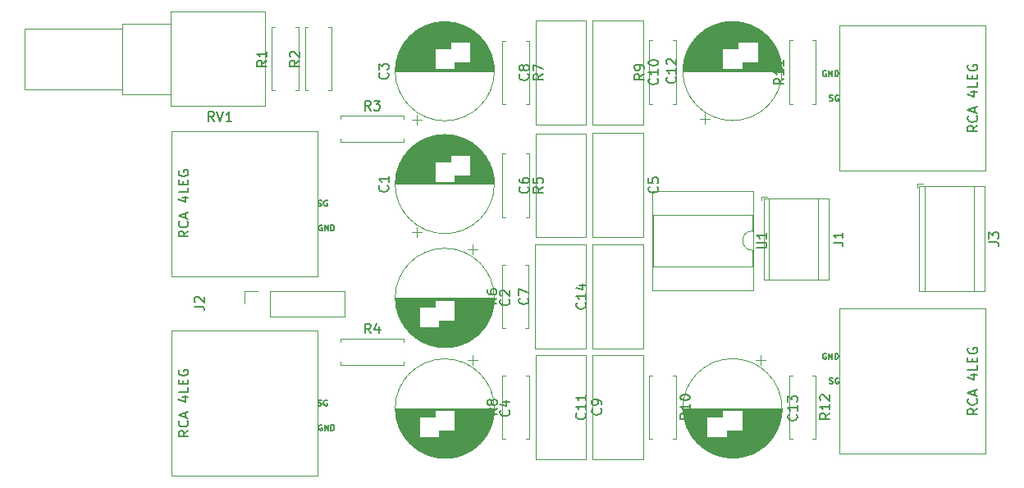
<source format=gbr>
%TF.GenerationSoftware,KiCad,Pcbnew,(6.0.0)*%
%TF.CreationDate,2022-08-03T23:03:17+01:00*%
%TF.ProjectId,Lynx Phono,4c796e78-2050-4686-9f6e-6f2e6b696361,rev?*%
%TF.SameCoordinates,Original*%
%TF.FileFunction,Legend,Top*%
%TF.FilePolarity,Positive*%
%FSLAX46Y46*%
G04 Gerber Fmt 4.6, Leading zero omitted, Abs format (unit mm)*
G04 Created by KiCad (PCBNEW (6.0.0)) date 2022-08-03 23:03:17*
%MOMM*%
%LPD*%
G01*
G04 APERTURE LIST*
%ADD10C,0.150000*%
%ADD11C,0.120000*%
G04 APERTURE END LIST*
D10*
%TO.C,RV1*%
X23352754Y-74197380D02*
X23019421Y-73721190D01*
X22781326Y-74197380D02*
X22781326Y-73197380D01*
X23162278Y-73197380D01*
X23257516Y-73245000D01*
X23305135Y-73292619D01*
X23352754Y-73387857D01*
X23352754Y-73530714D01*
X23305135Y-73625952D01*
X23257516Y-73673571D01*
X23162278Y-73721190D01*
X22781326Y-73721190D01*
X23638469Y-73197380D02*
X23971802Y-74197380D01*
X24305135Y-73197380D01*
X25162278Y-74197380D02*
X24590850Y-74197380D01*
X24876564Y-74197380D02*
X24876564Y-73197380D01*
X24781326Y-73340238D01*
X24686088Y-73435476D01*
X24590850Y-73483095D01*
%TO.C,C13*%
X83437142Y-104450181D02*
X83484761Y-104497800D01*
X83532380Y-104640657D01*
X83532380Y-104735895D01*
X83484761Y-104878752D01*
X83389523Y-104973990D01*
X83294285Y-105021609D01*
X83103809Y-105069228D01*
X82960952Y-105069228D01*
X82770476Y-105021609D01*
X82675238Y-104973990D01*
X82580000Y-104878752D01*
X82532380Y-104735895D01*
X82532380Y-104640657D01*
X82580000Y-104497800D01*
X82627619Y-104450181D01*
X83532380Y-103497800D02*
X83532380Y-104069228D01*
X83532380Y-103783514D02*
X82532380Y-103783514D01*
X82675238Y-103878752D01*
X82770476Y-103973990D01*
X82818095Y-104069228D01*
X82532380Y-103164466D02*
X82532380Y-102545419D01*
X82913333Y-102878752D01*
X82913333Y-102735895D01*
X82960952Y-102640657D01*
X83008571Y-102593038D01*
X83103809Y-102545419D01*
X83341904Y-102545419D01*
X83437142Y-102593038D01*
X83484761Y-102640657D01*
X83532380Y-102735895D01*
X83532380Y-103021609D01*
X83484761Y-103116847D01*
X83437142Y-103164466D01*
%TO.C,R6*%
X52507168Y-92447935D02*
X52030978Y-92781269D01*
X52507168Y-93019364D02*
X51507168Y-93019364D01*
X51507168Y-92638411D01*
X51554788Y-92543173D01*
X51602407Y-92495554D01*
X51697645Y-92447935D01*
X51840502Y-92447935D01*
X51935740Y-92495554D01*
X51983359Y-92543173D01*
X52030978Y-92638411D01*
X52030978Y-93019364D01*
X51507168Y-91590792D02*
X51507168Y-91781269D01*
X51554788Y-91876507D01*
X51602407Y-91924126D01*
X51745264Y-92019364D01*
X51935740Y-92066983D01*
X52316692Y-92066983D01*
X52411930Y-92019364D01*
X52459549Y-91971745D01*
X52507168Y-91876507D01*
X52507168Y-91686030D01*
X52459549Y-91590792D01*
X52411930Y-91543173D01*
X52316692Y-91495554D01*
X52078597Y-91495554D01*
X51983359Y-91543173D01*
X51935740Y-91590792D01*
X51888121Y-91686030D01*
X51888121Y-91876507D01*
X51935740Y-91971745D01*
X51983359Y-92019364D01*
X52078597Y-92066983D01*
%TO.C,RCA 4LEG*%
X20679437Y-85516925D02*
X20203247Y-85850258D01*
X20679437Y-86088353D02*
X19679437Y-86088353D01*
X19679437Y-85707401D01*
X19727057Y-85612163D01*
X19774676Y-85564544D01*
X19869914Y-85516925D01*
X20012771Y-85516925D01*
X20108009Y-85564544D01*
X20155628Y-85612163D01*
X20203247Y-85707401D01*
X20203247Y-86088353D01*
X20584199Y-84516925D02*
X20631818Y-84564544D01*
X20679437Y-84707401D01*
X20679437Y-84802639D01*
X20631818Y-84945496D01*
X20536580Y-85040734D01*
X20441342Y-85088353D01*
X20250866Y-85135972D01*
X20108009Y-85135972D01*
X19917533Y-85088353D01*
X19822295Y-85040734D01*
X19727057Y-84945496D01*
X19679437Y-84802639D01*
X19679437Y-84707401D01*
X19727057Y-84564544D01*
X19774676Y-84516925D01*
X20393723Y-84135972D02*
X20393723Y-83659782D01*
X20679437Y-84231211D02*
X19679437Y-83897877D01*
X20679437Y-83564544D01*
X20012771Y-82040734D02*
X20679437Y-82040734D01*
X19631818Y-82278830D02*
X20346104Y-82516925D01*
X20346104Y-81897877D01*
X20679437Y-81040734D02*
X20679437Y-81516925D01*
X19679437Y-81516925D01*
X20155628Y-80707401D02*
X20155628Y-80374068D01*
X20679437Y-80231211D02*
X20679437Y-80707401D01*
X19679437Y-80707401D01*
X19679437Y-80231211D01*
X19727057Y-79278830D02*
X19679437Y-79374068D01*
X19679437Y-79516925D01*
X19727057Y-79659782D01*
X19822295Y-79755020D01*
X19917533Y-79802639D01*
X20108009Y-79850258D01*
X20250866Y-79850258D01*
X20441342Y-79802639D01*
X20536580Y-79755020D01*
X20631818Y-79659782D01*
X20679437Y-79516925D01*
X20679437Y-79421687D01*
X20631818Y-79278830D01*
X20584199Y-79231211D01*
X20250866Y-79231211D01*
X20250866Y-79421687D01*
X34079628Y-82926449D02*
X34165342Y-82955020D01*
X34308199Y-82955020D01*
X34365342Y-82926449D01*
X34393914Y-82897877D01*
X34422485Y-82840734D01*
X34422485Y-82783592D01*
X34393914Y-82726449D01*
X34365342Y-82697877D01*
X34308199Y-82669306D01*
X34193914Y-82640734D01*
X34136771Y-82612163D01*
X34108199Y-82583592D01*
X34079628Y-82526449D01*
X34079628Y-82469306D01*
X34108199Y-82412163D01*
X34136771Y-82383592D01*
X34193914Y-82355020D01*
X34336771Y-82355020D01*
X34422485Y-82383592D01*
X34993914Y-82383592D02*
X34936771Y-82355020D01*
X34851057Y-82355020D01*
X34765342Y-82383592D01*
X34708199Y-82440734D01*
X34679628Y-82497877D01*
X34651057Y-82612163D01*
X34651057Y-82697877D01*
X34679628Y-82812163D01*
X34708199Y-82869306D01*
X34765342Y-82926449D01*
X34851057Y-82955020D01*
X34908199Y-82955020D01*
X34993914Y-82926449D01*
X35022485Y-82897877D01*
X35022485Y-82697877D01*
X34908199Y-82697877D01*
X34474914Y-84923592D02*
X34417771Y-84895020D01*
X34332057Y-84895020D01*
X34246342Y-84923592D01*
X34189199Y-84980734D01*
X34160628Y-85037877D01*
X34132057Y-85152163D01*
X34132057Y-85237877D01*
X34160628Y-85352163D01*
X34189199Y-85409306D01*
X34246342Y-85466449D01*
X34332057Y-85495020D01*
X34389199Y-85495020D01*
X34474914Y-85466449D01*
X34503485Y-85437877D01*
X34503485Y-85237877D01*
X34389199Y-85237877D01*
X34760628Y-85495020D02*
X34760628Y-84895020D01*
X35103485Y-85495020D01*
X35103485Y-84895020D01*
X35389199Y-85495020D02*
X35389199Y-84895020D01*
X35532057Y-84895020D01*
X35617771Y-84923592D01*
X35674914Y-84980734D01*
X35703485Y-85037877D01*
X35732057Y-85152163D01*
X35732057Y-85237877D01*
X35703485Y-85352163D01*
X35674914Y-85409306D01*
X35617771Y-85466449D01*
X35532057Y-85495020D01*
X35389199Y-85495020D01*
%TO.C,C3*%
X41252071Y-69179344D02*
X41299690Y-69226963D01*
X41347309Y-69369820D01*
X41347309Y-69465058D01*
X41299690Y-69607916D01*
X41204452Y-69703154D01*
X41109214Y-69750773D01*
X40918738Y-69798392D01*
X40775881Y-69798392D01*
X40585405Y-69750773D01*
X40490167Y-69703154D01*
X40394929Y-69607916D01*
X40347309Y-69465058D01*
X40347309Y-69369820D01*
X40394929Y-69226963D01*
X40442548Y-69179344D01*
X40347309Y-68846011D02*
X40347309Y-68226963D01*
X40728262Y-68560297D01*
X40728262Y-68417439D01*
X40775881Y-68322201D01*
X40823500Y-68274582D01*
X40918738Y-68226963D01*
X41156833Y-68226963D01*
X41252071Y-68274582D01*
X41299690Y-68322201D01*
X41347309Y-68417439D01*
X41347309Y-68703154D01*
X41299690Y-68798392D01*
X41252071Y-68846011D01*
%TO.C,C12*%
X70937142Y-69634738D02*
X70984761Y-69682357D01*
X71032380Y-69825214D01*
X71032380Y-69920452D01*
X70984761Y-70063309D01*
X70889523Y-70158547D01*
X70794285Y-70206166D01*
X70603809Y-70253785D01*
X70460952Y-70253785D01*
X70270476Y-70206166D01*
X70175238Y-70158547D01*
X70080000Y-70063309D01*
X70032380Y-69920452D01*
X70032380Y-69825214D01*
X70080000Y-69682357D01*
X70127619Y-69634738D01*
X71032380Y-68682357D02*
X71032380Y-69253785D01*
X71032380Y-68968071D02*
X70032380Y-68968071D01*
X70175238Y-69063309D01*
X70270476Y-69158547D01*
X70318095Y-69253785D01*
X70127619Y-68301404D02*
X70080000Y-68253785D01*
X70032380Y-68158547D01*
X70032380Y-67920452D01*
X70080000Y-67825214D01*
X70127619Y-67777595D01*
X70222857Y-67729976D01*
X70318095Y-67729976D01*
X70460952Y-67777595D01*
X71032380Y-68349023D01*
X71032380Y-67729976D01*
%TO.C,R11*%
X82122380Y-69767061D02*
X81646190Y-70100394D01*
X82122380Y-70338489D02*
X81122380Y-70338489D01*
X81122380Y-69957537D01*
X81170000Y-69862299D01*
X81217619Y-69814680D01*
X81312857Y-69767061D01*
X81455714Y-69767061D01*
X81550952Y-69814680D01*
X81598571Y-69862299D01*
X81646190Y-69957537D01*
X81646190Y-70338489D01*
X82122380Y-68814680D02*
X82122380Y-69386108D01*
X82122380Y-69100394D02*
X81122380Y-69100394D01*
X81265238Y-69195632D01*
X81360476Y-69290870D01*
X81408095Y-69386108D01*
X82122380Y-67862299D02*
X82122380Y-68433727D01*
X82122380Y-68148013D02*
X81122380Y-68148013D01*
X81265238Y-68243251D01*
X81360476Y-68338489D01*
X81408095Y-68433727D01*
%TO.C,C1*%
X41252071Y-80829344D02*
X41299690Y-80876963D01*
X41347309Y-81019820D01*
X41347309Y-81115058D01*
X41299690Y-81257916D01*
X41204452Y-81353154D01*
X41109214Y-81400773D01*
X40918738Y-81448392D01*
X40775881Y-81448392D01*
X40585405Y-81400773D01*
X40490167Y-81353154D01*
X40394929Y-81257916D01*
X40347309Y-81115058D01*
X40347309Y-81019820D01*
X40394929Y-80876963D01*
X40442548Y-80829344D01*
X41347309Y-79876963D02*
X41347309Y-80448392D01*
X41347309Y-80162678D02*
X40347309Y-80162678D01*
X40490167Y-80257916D01*
X40585405Y-80353154D01*
X40633024Y-80448392D01*
%TO.C,C6*%
X55729606Y-80961667D02*
X55777225Y-81009286D01*
X55824844Y-81152143D01*
X55824844Y-81247381D01*
X55777225Y-81390239D01*
X55681987Y-81485477D01*
X55586749Y-81533096D01*
X55396273Y-81580715D01*
X55253416Y-81580715D01*
X55062940Y-81533096D01*
X54967702Y-81485477D01*
X54872464Y-81390239D01*
X54824844Y-81247381D01*
X54824844Y-81152143D01*
X54872464Y-81009286D01*
X54920083Y-80961667D01*
X54824844Y-80104524D02*
X54824844Y-80295001D01*
X54872464Y-80390239D01*
X54920083Y-80437858D01*
X55062940Y-80533096D01*
X55253416Y-80580715D01*
X55634368Y-80580715D01*
X55729606Y-80533096D01*
X55777225Y-80485477D01*
X55824844Y-80390239D01*
X55824844Y-80199762D01*
X55777225Y-80104524D01*
X55729606Y-80056905D01*
X55634368Y-80009286D01*
X55396273Y-80009286D01*
X55301035Y-80056905D01*
X55253416Y-80104524D01*
X55205797Y-80199762D01*
X55205797Y-80390239D01*
X55253416Y-80485477D01*
X55301035Y-80533096D01*
X55396273Y-80580715D01*
%TO.C,R1*%
X28769905Y-67911666D02*
X28293715Y-68245000D01*
X28769905Y-68483095D02*
X27769905Y-68483095D01*
X27769905Y-68102142D01*
X27817525Y-68006904D01*
X27865144Y-67959285D01*
X27960382Y-67911666D01*
X28103239Y-67911666D01*
X28198477Y-67959285D01*
X28246096Y-68006904D01*
X28293715Y-68102142D01*
X28293715Y-68483095D01*
X28769905Y-66959285D02*
X28769905Y-67530714D01*
X28769905Y-67245000D02*
X27769905Y-67245000D01*
X27912763Y-67340238D01*
X28008001Y-67435476D01*
X28055620Y-67530714D01*
%TO.C,J3*%
X103310794Y-86643333D02*
X104025080Y-86643333D01*
X104167937Y-86690952D01*
X104263175Y-86786190D01*
X104310794Y-86929047D01*
X104310794Y-87024285D01*
X103310794Y-86262380D02*
X103310794Y-85643333D01*
X103691747Y-85976666D01*
X103691747Y-85833809D01*
X103739366Y-85738571D01*
X103786985Y-85690952D01*
X103882223Y-85643333D01*
X104120318Y-85643333D01*
X104215556Y-85690952D01*
X104263175Y-85738571D01*
X104310794Y-85833809D01*
X104310794Y-86119523D01*
X104263175Y-86214761D01*
X104215556Y-86262380D01*
%TO.C,R2*%
X32159437Y-67911666D02*
X31683247Y-68245000D01*
X32159437Y-68483095D02*
X31159437Y-68483095D01*
X31159437Y-68102142D01*
X31207057Y-68006904D01*
X31254676Y-67959285D01*
X31349914Y-67911666D01*
X31492771Y-67911666D01*
X31588009Y-67959285D01*
X31635628Y-68006904D01*
X31683247Y-68102142D01*
X31683247Y-68483095D01*
X31254676Y-67530714D02*
X31207057Y-67483095D01*
X31159437Y-67387857D01*
X31159437Y-67149761D01*
X31207057Y-67054523D01*
X31254676Y-67006904D01*
X31349914Y-66959285D01*
X31445152Y-66959285D01*
X31588009Y-67006904D01*
X32159437Y-67578333D01*
X32159437Y-66959285D01*
%TO.C,R12*%
X86862380Y-104317858D02*
X86386190Y-104651191D01*
X86862380Y-104889286D02*
X85862380Y-104889286D01*
X85862380Y-104508334D01*
X85910000Y-104413096D01*
X85957619Y-104365477D01*
X86052857Y-104317858D01*
X86195714Y-104317858D01*
X86290952Y-104365477D01*
X86338571Y-104413096D01*
X86386190Y-104508334D01*
X86386190Y-104889286D01*
X86862380Y-103365477D02*
X86862380Y-103936905D01*
X86862380Y-103651191D02*
X85862380Y-103651191D01*
X86005238Y-103746429D01*
X86100476Y-103841667D01*
X86148095Y-103936905D01*
X85957619Y-102984524D02*
X85910000Y-102936905D01*
X85862380Y-102841667D01*
X85862380Y-102603572D01*
X85910000Y-102508334D01*
X85957619Y-102460715D01*
X86052857Y-102413096D01*
X86148095Y-102413096D01*
X86290952Y-102460715D01*
X86862380Y-103032143D01*
X86862380Y-102413096D01*
%TO.C,R3*%
X39503333Y-73052381D02*
X39170000Y-72576191D01*
X38931904Y-73052381D02*
X38931904Y-72052381D01*
X39312857Y-72052381D01*
X39408095Y-72100001D01*
X39455714Y-72147620D01*
X39503333Y-72242858D01*
X39503333Y-72385715D01*
X39455714Y-72480953D01*
X39408095Y-72528572D01*
X39312857Y-72576191D01*
X38931904Y-72576191D01*
X39836666Y-72052381D02*
X40455714Y-72052381D01*
X40122380Y-72433334D01*
X40265238Y-72433334D01*
X40360476Y-72480953D01*
X40408095Y-72528572D01*
X40455714Y-72623810D01*
X40455714Y-72861905D01*
X40408095Y-72957143D01*
X40360476Y-73004762D01*
X40265238Y-73052381D01*
X39979523Y-73052381D01*
X39884285Y-73004762D01*
X39836666Y-72957143D01*
%TO.C,C2*%
X53752071Y-92580258D02*
X53799690Y-92627877D01*
X53847309Y-92770734D01*
X53847309Y-92865972D01*
X53799690Y-93008830D01*
X53704452Y-93104068D01*
X53609214Y-93151687D01*
X53418738Y-93199306D01*
X53275881Y-93199306D01*
X53085405Y-93151687D01*
X52990167Y-93104068D01*
X52894929Y-93008830D01*
X52847309Y-92865972D01*
X52847309Y-92770734D01*
X52894929Y-92627877D01*
X52942548Y-92580258D01*
X52942548Y-92199306D02*
X52894929Y-92151687D01*
X52847309Y-92056449D01*
X52847309Y-91818353D01*
X52894929Y-91723115D01*
X52942548Y-91675496D01*
X53037786Y-91627877D01*
X53133024Y-91627877D01*
X53275881Y-91675496D01*
X53847309Y-92246925D01*
X53847309Y-91627877D01*
%TO.C,R4*%
X39503333Y-96070913D02*
X39170000Y-95594723D01*
X38931904Y-96070913D02*
X38931904Y-95070913D01*
X39312857Y-95070913D01*
X39408095Y-95118533D01*
X39455714Y-95166152D01*
X39503333Y-95261390D01*
X39503333Y-95404247D01*
X39455714Y-95499485D01*
X39408095Y-95547104D01*
X39312857Y-95594723D01*
X38931904Y-95594723D01*
X40360476Y-95404247D02*
X40360476Y-96070913D01*
X40122380Y-95023294D02*
X39884285Y-95737580D01*
X40503333Y-95737580D01*
%TO.C,J2*%
X21304437Y-93290129D02*
X22018723Y-93290129D01*
X22161580Y-93337748D01*
X22256818Y-93432986D01*
X22304437Y-93575843D01*
X22304437Y-93671081D01*
X21399676Y-92861557D02*
X21352057Y-92813938D01*
X21304437Y-92718700D01*
X21304437Y-92480605D01*
X21352057Y-92385367D01*
X21399676Y-92337748D01*
X21494914Y-92290129D01*
X21590152Y-92290129D01*
X21733009Y-92337748D01*
X22304437Y-92909176D01*
X22304437Y-92290129D01*
%TO.C,C11*%
X61577142Y-104317858D02*
X61624761Y-104365477D01*
X61672380Y-104508334D01*
X61672380Y-104603572D01*
X61624761Y-104746429D01*
X61529523Y-104841667D01*
X61434285Y-104889286D01*
X61243809Y-104936905D01*
X61100952Y-104936905D01*
X60910476Y-104889286D01*
X60815238Y-104841667D01*
X60720000Y-104746429D01*
X60672380Y-104603572D01*
X60672380Y-104508334D01*
X60720000Y-104365477D01*
X60767619Y-104317858D01*
X61672380Y-103365477D02*
X61672380Y-103936905D01*
X61672380Y-103651191D02*
X60672380Y-103651191D01*
X60815238Y-103746429D01*
X60910476Y-103841667D01*
X60958095Y-103936905D01*
X61672380Y-102413096D02*
X61672380Y-102984524D01*
X61672380Y-102698810D02*
X60672380Y-102698810D01*
X60815238Y-102794048D01*
X60910476Y-102889286D01*
X60958095Y-102984524D01*
%TO.C,R7*%
X57272238Y-69311667D02*
X56796048Y-69645001D01*
X57272238Y-69883096D02*
X56272238Y-69883096D01*
X56272238Y-69502143D01*
X56319858Y-69406905D01*
X56367477Y-69359286D01*
X56462715Y-69311667D01*
X56605572Y-69311667D01*
X56700810Y-69359286D01*
X56748429Y-69406905D01*
X56796048Y-69502143D01*
X56796048Y-69883096D01*
X56272238Y-68978334D02*
X56272238Y-68311667D01*
X57272238Y-68740239D01*
%TO.C,R10*%
X72442380Y-104317858D02*
X71966190Y-104651191D01*
X72442380Y-104889286D02*
X71442380Y-104889286D01*
X71442380Y-104508334D01*
X71490000Y-104413096D01*
X71537619Y-104365477D01*
X71632857Y-104317858D01*
X71775714Y-104317858D01*
X71870952Y-104365477D01*
X71918571Y-104413096D01*
X71966190Y-104508334D01*
X71966190Y-104889286D01*
X72442380Y-103365477D02*
X72442380Y-103936905D01*
X72442380Y-103651191D02*
X71442380Y-103651191D01*
X71585238Y-103746429D01*
X71680476Y-103841667D01*
X71728095Y-103936905D01*
X71442380Y-102746429D02*
X71442380Y-102651191D01*
X71490000Y-102555953D01*
X71537619Y-102508334D01*
X71632857Y-102460715D01*
X71823333Y-102413096D01*
X72061428Y-102413096D01*
X72251904Y-102460715D01*
X72347142Y-102508334D01*
X72394761Y-102555953D01*
X72442380Y-102651191D01*
X72442380Y-102746429D01*
X72394761Y-102841667D01*
X72347142Y-102889286D01*
X72251904Y-102936905D01*
X72061428Y-102984524D01*
X71823333Y-102984524D01*
X71632857Y-102936905D01*
X71537619Y-102889286D01*
X71490000Y-102841667D01*
X71442380Y-102746429D01*
%TO.C,C8*%
X55729606Y-69311667D02*
X55777225Y-69359286D01*
X55824844Y-69502143D01*
X55824844Y-69597381D01*
X55777225Y-69740239D01*
X55681987Y-69835477D01*
X55586749Y-69883096D01*
X55396273Y-69930715D01*
X55253416Y-69930715D01*
X55062940Y-69883096D01*
X54967702Y-69835477D01*
X54872464Y-69740239D01*
X54824844Y-69597381D01*
X54824844Y-69502143D01*
X54872464Y-69359286D01*
X54920083Y-69311667D01*
X55253416Y-68740239D02*
X55205797Y-68835477D01*
X55158178Y-68883096D01*
X55062940Y-68930715D01*
X55015321Y-68930715D01*
X54920083Y-68883096D01*
X54872464Y-68835477D01*
X54824844Y-68740239D01*
X54824844Y-68549762D01*
X54872464Y-68454524D01*
X54920083Y-68406905D01*
X55015321Y-68359286D01*
X55062940Y-68359286D01*
X55158178Y-68406905D01*
X55205797Y-68454524D01*
X55253416Y-68549762D01*
X55253416Y-68740239D01*
X55301035Y-68835477D01*
X55348654Y-68883096D01*
X55443892Y-68930715D01*
X55634368Y-68930715D01*
X55729606Y-68883096D01*
X55777225Y-68835477D01*
X55824844Y-68740239D01*
X55824844Y-68549762D01*
X55777225Y-68454524D01*
X55729606Y-68406905D01*
X55634368Y-68359286D01*
X55443892Y-68359286D01*
X55348654Y-68406905D01*
X55301035Y-68454524D01*
X55253416Y-68549762D01*
%TO.C,RCA 4LEG*%
X102107380Y-103833334D02*
X101631190Y-104166667D01*
X102107380Y-104404762D02*
X101107380Y-104404762D01*
X101107380Y-104023810D01*
X101155000Y-103928572D01*
X101202619Y-103880953D01*
X101297857Y-103833334D01*
X101440714Y-103833334D01*
X101535952Y-103880953D01*
X101583571Y-103928572D01*
X101631190Y-104023810D01*
X101631190Y-104404762D01*
X102012142Y-102833334D02*
X102059761Y-102880953D01*
X102107380Y-103023810D01*
X102107380Y-103119048D01*
X102059761Y-103261905D01*
X101964523Y-103357143D01*
X101869285Y-103404762D01*
X101678809Y-103452381D01*
X101535952Y-103452381D01*
X101345476Y-103404762D01*
X101250238Y-103357143D01*
X101155000Y-103261905D01*
X101107380Y-103119048D01*
X101107380Y-103023810D01*
X101155000Y-102880953D01*
X101202619Y-102833334D01*
X101821666Y-102452381D02*
X101821666Y-101976191D01*
X102107380Y-102547620D02*
X101107380Y-102214286D01*
X102107380Y-101880953D01*
X101440714Y-100357143D02*
X102107380Y-100357143D01*
X101059761Y-100595239D02*
X101774047Y-100833334D01*
X101774047Y-100214286D01*
X102107380Y-99357143D02*
X102107380Y-99833334D01*
X101107380Y-99833334D01*
X101583571Y-99023810D02*
X101583571Y-98690477D01*
X102107380Y-98547620D02*
X102107380Y-99023810D01*
X101107380Y-99023810D01*
X101107380Y-98547620D01*
X101155000Y-97595239D02*
X101107380Y-97690477D01*
X101107380Y-97833334D01*
X101155000Y-97976191D01*
X101250238Y-98071429D01*
X101345476Y-98119048D01*
X101535952Y-98166667D01*
X101678809Y-98166667D01*
X101869285Y-98119048D01*
X101964523Y-98071429D01*
X102059761Y-97976191D01*
X102107380Y-97833334D01*
X102107380Y-97738096D01*
X102059761Y-97595239D01*
X102012142Y-97547620D01*
X101678809Y-97547620D01*
X101678809Y-97738096D01*
X86492857Y-98160001D02*
X86435714Y-98131429D01*
X86350000Y-98131429D01*
X86264285Y-98160001D01*
X86207142Y-98217143D01*
X86178571Y-98274286D01*
X86150000Y-98388572D01*
X86150000Y-98474286D01*
X86178571Y-98588572D01*
X86207142Y-98645715D01*
X86264285Y-98702858D01*
X86350000Y-98731429D01*
X86407142Y-98731429D01*
X86492857Y-98702858D01*
X86521428Y-98674286D01*
X86521428Y-98474286D01*
X86407142Y-98474286D01*
X86778571Y-98731429D02*
X86778571Y-98131429D01*
X87121428Y-98731429D01*
X87121428Y-98131429D01*
X87407142Y-98731429D02*
X87407142Y-98131429D01*
X87550000Y-98131429D01*
X87635714Y-98160001D01*
X87692857Y-98217143D01*
X87721428Y-98274286D01*
X87750000Y-98388572D01*
X87750000Y-98474286D01*
X87721428Y-98588572D01*
X87692857Y-98645715D01*
X87635714Y-98702858D01*
X87550000Y-98731429D01*
X87407142Y-98731429D01*
X86859571Y-101242858D02*
X86945285Y-101271429D01*
X87088142Y-101271429D01*
X87145285Y-101242858D01*
X87173857Y-101214286D01*
X87202428Y-101157143D01*
X87202428Y-101100001D01*
X87173857Y-101042858D01*
X87145285Y-101014286D01*
X87088142Y-100985715D01*
X86973857Y-100957143D01*
X86916714Y-100928572D01*
X86888142Y-100900001D01*
X86859571Y-100842858D01*
X86859571Y-100785715D01*
X86888142Y-100728572D01*
X86916714Y-100700001D01*
X86973857Y-100671429D01*
X87116714Y-100671429D01*
X87202428Y-100700001D01*
X87773857Y-100700001D02*
X87716714Y-100671429D01*
X87631000Y-100671429D01*
X87545285Y-100700001D01*
X87488142Y-100757143D01*
X87459571Y-100814286D01*
X87431000Y-100928572D01*
X87431000Y-101014286D01*
X87459571Y-101128572D01*
X87488142Y-101185715D01*
X87545285Y-101242858D01*
X87631000Y-101271429D01*
X87688142Y-101271429D01*
X87773857Y-101242858D01*
X87802428Y-101214286D01*
X87802428Y-101014286D01*
X87688142Y-101014286D01*
%TO.C,C10*%
X69077142Y-69767061D02*
X69124761Y-69814680D01*
X69172380Y-69957537D01*
X69172380Y-70052775D01*
X69124761Y-70195632D01*
X69029523Y-70290870D01*
X68934285Y-70338489D01*
X68743809Y-70386108D01*
X68600952Y-70386108D01*
X68410476Y-70338489D01*
X68315238Y-70290870D01*
X68220000Y-70195632D01*
X68172380Y-70052775D01*
X68172380Y-69957537D01*
X68220000Y-69814680D01*
X68267619Y-69767061D01*
X69172380Y-68814680D02*
X69172380Y-69386108D01*
X69172380Y-69100394D02*
X68172380Y-69100394D01*
X68315238Y-69195632D01*
X68410476Y-69290870D01*
X68458095Y-69386108D01*
X68172380Y-68195632D02*
X68172380Y-68100394D01*
X68220000Y-68005156D01*
X68267619Y-67957537D01*
X68362857Y-67909918D01*
X68553333Y-67862299D01*
X68791428Y-67862299D01*
X68981904Y-67909918D01*
X69077142Y-67957537D01*
X69124761Y-68005156D01*
X69172380Y-68100394D01*
X69172380Y-68195632D01*
X69124761Y-68290870D01*
X69077142Y-68338489D01*
X68981904Y-68386108D01*
X68791428Y-68433727D01*
X68553333Y-68433727D01*
X68362857Y-68386108D01*
X68267619Y-68338489D01*
X68220000Y-68290870D01*
X68172380Y-68195632D01*
%TO.C,RCA 4LEG*%
X102107380Y-74632537D02*
X101631190Y-74965870D01*
X102107380Y-75203965D02*
X101107380Y-75203965D01*
X101107380Y-74823013D01*
X101155000Y-74727775D01*
X101202619Y-74680156D01*
X101297857Y-74632537D01*
X101440714Y-74632537D01*
X101535952Y-74680156D01*
X101583571Y-74727775D01*
X101631190Y-74823013D01*
X101631190Y-75203965D01*
X102012142Y-73632537D02*
X102059761Y-73680156D01*
X102107380Y-73823013D01*
X102107380Y-73918251D01*
X102059761Y-74061108D01*
X101964523Y-74156346D01*
X101869285Y-74203965D01*
X101678809Y-74251584D01*
X101535952Y-74251584D01*
X101345476Y-74203965D01*
X101250238Y-74156346D01*
X101155000Y-74061108D01*
X101107380Y-73918251D01*
X101107380Y-73823013D01*
X101155000Y-73680156D01*
X101202619Y-73632537D01*
X101821666Y-73251584D02*
X101821666Y-72775394D01*
X102107380Y-73346823D02*
X101107380Y-73013489D01*
X102107380Y-72680156D01*
X101440714Y-71156346D02*
X102107380Y-71156346D01*
X101059761Y-71394442D02*
X101774047Y-71632537D01*
X101774047Y-71013489D01*
X102107380Y-70156346D02*
X102107380Y-70632537D01*
X101107380Y-70632537D01*
X101583571Y-69823013D02*
X101583571Y-69489680D01*
X102107380Y-69346823D02*
X102107380Y-69823013D01*
X101107380Y-69823013D01*
X101107380Y-69346823D01*
X101155000Y-68394442D02*
X101107380Y-68489680D01*
X101107380Y-68632537D01*
X101155000Y-68775394D01*
X101250238Y-68870632D01*
X101345476Y-68918251D01*
X101535952Y-68965870D01*
X101678809Y-68965870D01*
X101869285Y-68918251D01*
X101964523Y-68870632D01*
X102059761Y-68775394D01*
X102107380Y-68632537D01*
X102107380Y-68537299D01*
X102059761Y-68394442D01*
X102012142Y-68346823D01*
X101678809Y-68346823D01*
X101678809Y-68537299D01*
X86859571Y-72042061D02*
X86945285Y-72070632D01*
X87088142Y-72070632D01*
X87145285Y-72042061D01*
X87173857Y-72013489D01*
X87202428Y-71956346D01*
X87202428Y-71899204D01*
X87173857Y-71842061D01*
X87145285Y-71813489D01*
X87088142Y-71784918D01*
X86973857Y-71756346D01*
X86916714Y-71727775D01*
X86888142Y-71699204D01*
X86859571Y-71642061D01*
X86859571Y-71584918D01*
X86888142Y-71527775D01*
X86916714Y-71499204D01*
X86973857Y-71470632D01*
X87116714Y-71470632D01*
X87202428Y-71499204D01*
X87773857Y-71499204D02*
X87716714Y-71470632D01*
X87631000Y-71470632D01*
X87545285Y-71499204D01*
X87488142Y-71556346D01*
X87459571Y-71613489D01*
X87431000Y-71727775D01*
X87431000Y-71813489D01*
X87459571Y-71927775D01*
X87488142Y-71984918D01*
X87545285Y-72042061D01*
X87631000Y-72070632D01*
X87688142Y-72070632D01*
X87773857Y-72042061D01*
X87802428Y-72013489D01*
X87802428Y-71813489D01*
X87688142Y-71813489D01*
X86492857Y-68959204D02*
X86435714Y-68930632D01*
X86350000Y-68930632D01*
X86264285Y-68959204D01*
X86207142Y-69016346D01*
X86178571Y-69073489D01*
X86150000Y-69187775D01*
X86150000Y-69273489D01*
X86178571Y-69387775D01*
X86207142Y-69444918D01*
X86264285Y-69502061D01*
X86350000Y-69530632D01*
X86407142Y-69530632D01*
X86492857Y-69502061D01*
X86521428Y-69473489D01*
X86521428Y-69273489D01*
X86407142Y-69273489D01*
X86778571Y-69530632D02*
X86778571Y-68930632D01*
X87121428Y-69530632D01*
X87121428Y-68930632D01*
X87407142Y-69530632D02*
X87407142Y-68930632D01*
X87550000Y-68930632D01*
X87635714Y-68959204D01*
X87692857Y-69016346D01*
X87721428Y-69073489D01*
X87750000Y-69187775D01*
X87750000Y-69273489D01*
X87721428Y-69387775D01*
X87692857Y-69444918D01*
X87635714Y-69502061D01*
X87550000Y-69530632D01*
X87407142Y-69530632D01*
%TO.C,C5*%
X69077142Y-80940870D02*
X69124761Y-80988489D01*
X69172380Y-81131346D01*
X69172380Y-81226584D01*
X69124761Y-81369442D01*
X69029523Y-81464680D01*
X68934285Y-81512299D01*
X68743809Y-81559918D01*
X68600952Y-81559918D01*
X68410476Y-81512299D01*
X68315238Y-81464680D01*
X68220000Y-81369442D01*
X68172380Y-81226584D01*
X68172380Y-81131346D01*
X68220000Y-80988489D01*
X68267619Y-80940870D01*
X68172380Y-80036108D02*
X68172380Y-80512299D01*
X68648571Y-80559918D01*
X68600952Y-80512299D01*
X68553333Y-80417061D01*
X68553333Y-80178965D01*
X68600952Y-80083727D01*
X68648571Y-80036108D01*
X68743809Y-79988489D01*
X68981904Y-79988489D01*
X69077142Y-80036108D01*
X69124761Y-80083727D01*
X69172380Y-80178965D01*
X69172380Y-80417061D01*
X69124761Y-80512299D01*
X69077142Y-80559918D01*
%TO.C,C14*%
X61627142Y-92924126D02*
X61674761Y-92971745D01*
X61722380Y-93114602D01*
X61722380Y-93209840D01*
X61674761Y-93352697D01*
X61579523Y-93447935D01*
X61484285Y-93495554D01*
X61293809Y-93543173D01*
X61150952Y-93543173D01*
X60960476Y-93495554D01*
X60865238Y-93447935D01*
X60770000Y-93352697D01*
X60722380Y-93209840D01*
X60722380Y-93114602D01*
X60770000Y-92971745D01*
X60817619Y-92924126D01*
X61722380Y-91971745D02*
X61722380Y-92543173D01*
X61722380Y-92257459D02*
X60722380Y-92257459D01*
X60865238Y-92352697D01*
X60960476Y-92447935D01*
X61008095Y-92543173D01*
X61055714Y-91114602D02*
X61722380Y-91114602D01*
X60674761Y-91352697D02*
X61389047Y-91590792D01*
X61389047Y-90971745D01*
%TO.C,C9*%
X63229606Y-103862464D02*
X63277225Y-103910083D01*
X63324844Y-104052940D01*
X63324844Y-104148178D01*
X63277225Y-104291036D01*
X63181987Y-104386274D01*
X63086749Y-104433893D01*
X62896273Y-104481512D01*
X62753416Y-104481512D01*
X62562940Y-104433893D01*
X62467702Y-104386274D01*
X62372464Y-104291036D01*
X62324844Y-104148178D01*
X62324844Y-104052940D01*
X62372464Y-103910083D01*
X62420083Y-103862464D01*
X63324844Y-103386274D02*
X63324844Y-103195798D01*
X63277225Y-103100559D01*
X63229606Y-103052940D01*
X63086749Y-102957702D01*
X62896273Y-102910083D01*
X62515321Y-102910083D01*
X62420083Y-102957702D01*
X62372464Y-103005321D01*
X62324844Y-103100559D01*
X62324844Y-103291036D01*
X62372464Y-103386274D01*
X62420083Y-103433893D01*
X62515321Y-103481512D01*
X62753416Y-103481512D01*
X62848654Y-103433893D01*
X62896273Y-103386274D01*
X62943892Y-103291036D01*
X62943892Y-103100559D01*
X62896273Y-103005321D01*
X62848654Y-102957702D01*
X62753416Y-102910083D01*
%TO.C,RCA 4LEG*%
X20679437Y-106113333D02*
X20203247Y-106446666D01*
X20679437Y-106684761D02*
X19679437Y-106684761D01*
X19679437Y-106303809D01*
X19727057Y-106208571D01*
X19774676Y-106160952D01*
X19869914Y-106113333D01*
X20012771Y-106113333D01*
X20108009Y-106160952D01*
X20155628Y-106208571D01*
X20203247Y-106303809D01*
X20203247Y-106684761D01*
X20584199Y-105113333D02*
X20631818Y-105160952D01*
X20679437Y-105303809D01*
X20679437Y-105399047D01*
X20631818Y-105541904D01*
X20536580Y-105637142D01*
X20441342Y-105684761D01*
X20250866Y-105732380D01*
X20108009Y-105732380D01*
X19917533Y-105684761D01*
X19822295Y-105637142D01*
X19727057Y-105541904D01*
X19679437Y-105399047D01*
X19679437Y-105303809D01*
X19727057Y-105160952D01*
X19774676Y-105113333D01*
X20393723Y-104732380D02*
X20393723Y-104256190D01*
X20679437Y-104827619D02*
X19679437Y-104494285D01*
X20679437Y-104160952D01*
X20012771Y-102637142D02*
X20679437Y-102637142D01*
X19631818Y-102875238D02*
X20346104Y-103113333D01*
X20346104Y-102494285D01*
X20679437Y-101637142D02*
X20679437Y-102113333D01*
X19679437Y-102113333D01*
X20155628Y-101303809D02*
X20155628Y-100970476D01*
X20679437Y-100827619D02*
X20679437Y-101303809D01*
X19679437Y-101303809D01*
X19679437Y-100827619D01*
X19727057Y-99875238D02*
X19679437Y-99970476D01*
X19679437Y-100113333D01*
X19727057Y-100256190D01*
X19822295Y-100351428D01*
X19917533Y-100399047D01*
X20108009Y-100446666D01*
X20250866Y-100446666D01*
X20441342Y-100399047D01*
X20536580Y-100351428D01*
X20631818Y-100256190D01*
X20679437Y-100113333D01*
X20679437Y-100018095D01*
X20631818Y-99875238D01*
X20584199Y-99827619D01*
X20250866Y-99827619D01*
X20250866Y-100018095D01*
X34474914Y-105520000D02*
X34417771Y-105491428D01*
X34332057Y-105491428D01*
X34246342Y-105520000D01*
X34189199Y-105577142D01*
X34160628Y-105634285D01*
X34132057Y-105748571D01*
X34132057Y-105834285D01*
X34160628Y-105948571D01*
X34189199Y-106005714D01*
X34246342Y-106062857D01*
X34332057Y-106091428D01*
X34389199Y-106091428D01*
X34474914Y-106062857D01*
X34503485Y-106034285D01*
X34503485Y-105834285D01*
X34389199Y-105834285D01*
X34760628Y-106091428D02*
X34760628Y-105491428D01*
X35103485Y-106091428D01*
X35103485Y-105491428D01*
X35389199Y-106091428D02*
X35389199Y-105491428D01*
X35532057Y-105491428D01*
X35617771Y-105520000D01*
X35674914Y-105577142D01*
X35703485Y-105634285D01*
X35732057Y-105748571D01*
X35732057Y-105834285D01*
X35703485Y-105948571D01*
X35674914Y-106005714D01*
X35617771Y-106062857D01*
X35532057Y-106091428D01*
X35389199Y-106091428D01*
X34079628Y-103522857D02*
X34165342Y-103551428D01*
X34308199Y-103551428D01*
X34365342Y-103522857D01*
X34393914Y-103494285D01*
X34422485Y-103437142D01*
X34422485Y-103380000D01*
X34393914Y-103322857D01*
X34365342Y-103294285D01*
X34308199Y-103265714D01*
X34193914Y-103237142D01*
X34136771Y-103208571D01*
X34108199Y-103180000D01*
X34079628Y-103122857D01*
X34079628Y-103065714D01*
X34108199Y-103008571D01*
X34136771Y-102980000D01*
X34193914Y-102951428D01*
X34336771Y-102951428D01*
X34422485Y-102980000D01*
X34993914Y-102980000D02*
X34936771Y-102951428D01*
X34851057Y-102951428D01*
X34765342Y-102980000D01*
X34708199Y-103037142D01*
X34679628Y-103094285D01*
X34651057Y-103208571D01*
X34651057Y-103294285D01*
X34679628Y-103408571D01*
X34708199Y-103465714D01*
X34765342Y-103522857D01*
X34851057Y-103551428D01*
X34908199Y-103551428D01*
X34993914Y-103522857D01*
X35022485Y-103494285D01*
X35022485Y-103294285D01*
X34908199Y-103294285D01*
%TO.C,J1*%
X87242380Y-86688334D02*
X87956666Y-86688334D01*
X88099523Y-86735953D01*
X88194761Y-86831191D01*
X88242380Y-86974048D01*
X88242380Y-87069286D01*
X88242380Y-85688334D02*
X88242380Y-86259762D01*
X88242380Y-85974048D02*
X87242380Y-85974048D01*
X87385238Y-86069286D01*
X87480476Y-86164524D01*
X87528095Y-86259762D01*
%TO.C,C7*%
X55704536Y-92447935D02*
X55752155Y-92495554D01*
X55799774Y-92638411D01*
X55799774Y-92733649D01*
X55752155Y-92876507D01*
X55656917Y-92971745D01*
X55561679Y-93019364D01*
X55371203Y-93066983D01*
X55228346Y-93066983D01*
X55037870Y-93019364D01*
X54942632Y-92971745D01*
X54847394Y-92876507D01*
X54799774Y-92733649D01*
X54799774Y-92638411D01*
X54847394Y-92495554D01*
X54895013Y-92447935D01*
X54799774Y-92114602D02*
X54799774Y-91447935D01*
X55799774Y-91876507D01*
%TO.C,R9*%
X67702380Y-69290870D02*
X67226190Y-69624204D01*
X67702380Y-69862299D02*
X66702380Y-69862299D01*
X66702380Y-69481346D01*
X66750000Y-69386108D01*
X66797619Y-69338489D01*
X66892857Y-69290870D01*
X67035714Y-69290870D01*
X67130952Y-69338489D01*
X67178571Y-69386108D01*
X67226190Y-69481346D01*
X67226190Y-69862299D01*
X67702380Y-68814680D02*
X67702380Y-68624204D01*
X67654761Y-68528965D01*
X67607142Y-68481346D01*
X67464285Y-68386108D01*
X67273809Y-68338489D01*
X66892857Y-68338489D01*
X66797619Y-68386108D01*
X66750000Y-68433727D01*
X66702380Y-68528965D01*
X66702380Y-68719442D01*
X66750000Y-68814680D01*
X66797619Y-68862299D01*
X66892857Y-68909918D01*
X67130952Y-68909918D01*
X67226190Y-68862299D01*
X67273809Y-68814680D01*
X67321428Y-68719442D01*
X67321428Y-68528965D01*
X67273809Y-68433727D01*
X67226190Y-68386108D01*
X67130952Y-68338489D01*
%TO.C,R8*%
X52532238Y-103862464D02*
X52056048Y-104195798D01*
X52532238Y-104433893D02*
X51532238Y-104433893D01*
X51532238Y-104052940D01*
X51579858Y-103957702D01*
X51627477Y-103910083D01*
X51722715Y-103862464D01*
X51865572Y-103862464D01*
X51960810Y-103910083D01*
X52008429Y-103957702D01*
X52056048Y-104052940D01*
X52056048Y-104433893D01*
X51960810Y-103291036D02*
X51913191Y-103386274D01*
X51865572Y-103433893D01*
X51770334Y-103481512D01*
X51722715Y-103481512D01*
X51627477Y-103433893D01*
X51579858Y-103386274D01*
X51532238Y-103291036D01*
X51532238Y-103100559D01*
X51579858Y-103005321D01*
X51627477Y-102957702D01*
X51722715Y-102910083D01*
X51770334Y-102910083D01*
X51865572Y-102957702D01*
X51913191Y-103005321D01*
X51960810Y-103100559D01*
X51960810Y-103291036D01*
X52008429Y-103386274D01*
X52056048Y-103433893D01*
X52151286Y-103481512D01*
X52341762Y-103481512D01*
X52437000Y-103433893D01*
X52484619Y-103386274D01*
X52532238Y-103291036D01*
X52532238Y-103100559D01*
X52484619Y-103005321D01*
X52437000Y-102957702D01*
X52341762Y-102910083D01*
X52151286Y-102910083D01*
X52056048Y-102957702D01*
X52008429Y-103005321D01*
X51960810Y-103100559D01*
%TO.C,C4*%
X53752071Y-103994787D02*
X53799690Y-104042406D01*
X53847309Y-104185263D01*
X53847309Y-104280501D01*
X53799690Y-104423359D01*
X53704452Y-104518597D01*
X53609214Y-104566216D01*
X53418738Y-104613835D01*
X53275881Y-104613835D01*
X53085405Y-104566216D01*
X52990167Y-104518597D01*
X52894929Y-104423359D01*
X52847309Y-104280501D01*
X52847309Y-104185263D01*
X52894929Y-104042406D01*
X52942548Y-103994787D01*
X53180643Y-103137644D02*
X53847309Y-103137644D01*
X52799690Y-103375740D02*
X53513976Y-103613835D01*
X53513976Y-102994787D01*
%TO.C,R5*%
X57272238Y-80961667D02*
X56796048Y-81295001D01*
X57272238Y-81533096D02*
X56272238Y-81533096D01*
X56272238Y-81152143D01*
X56319858Y-81056905D01*
X56367477Y-81009286D01*
X56462715Y-80961667D01*
X56605572Y-80961667D01*
X56700810Y-81009286D01*
X56748429Y-81056905D01*
X56796048Y-81152143D01*
X56796048Y-81533096D01*
X56272238Y-80056905D02*
X56272238Y-80533096D01*
X56748429Y-80580715D01*
X56700810Y-80533096D01*
X56653191Y-80437858D01*
X56653191Y-80199762D01*
X56700810Y-80104524D01*
X56748429Y-80056905D01*
X56843667Y-80009286D01*
X57081762Y-80009286D01*
X57177000Y-80056905D01*
X57224619Y-80104524D01*
X57272238Y-80199762D01*
X57272238Y-80437858D01*
X57224619Y-80533096D01*
X57177000Y-80580715D01*
%TO.C,U1*%
X79342380Y-87266905D02*
X80151904Y-87266905D01*
X80247142Y-87219286D01*
X80294761Y-87171667D01*
X80342380Y-87076429D01*
X80342380Y-86885953D01*
X80294761Y-86790715D01*
X80247142Y-86743096D01*
X80151904Y-86695477D01*
X79342380Y-86695477D01*
X80342380Y-85695477D02*
X80342380Y-86266905D01*
X80342380Y-85981191D02*
X79342380Y-85981191D01*
X79485238Y-86076429D01*
X79580476Y-86171667D01*
X79628095Y-86266905D01*
D11*
%TO.C,RV1*%
X28618993Y-62875000D02*
X18827993Y-62875000D01*
X13827993Y-64625000D02*
X3827993Y-64625000D01*
X18827993Y-71365000D02*
X13827993Y-71365000D01*
X13827993Y-70865000D02*
X3827993Y-70865000D01*
X13827993Y-71365000D02*
X13827993Y-64125000D01*
X18827993Y-64125000D02*
X13827993Y-64125000D01*
X28618993Y-72615000D02*
X28618993Y-62875000D01*
X28618993Y-72615000D02*
X18827993Y-72615000D01*
X18827993Y-72615000D02*
X18827993Y-62875000D01*
X13827993Y-70865000D02*
X13827993Y-64625000D01*
X3827993Y-70865000D02*
X3827993Y-64625000D01*
X18827993Y-71365000D02*
X18827993Y-64125000D01*
%TO.C,C13*%
X81910000Y-103847324D02*
X71750000Y-103847324D01*
X80391000Y-107448324D02*
X73269000Y-107448324D01*
X81641000Y-105448324D02*
X77870000Y-105448324D01*
X81737000Y-105128324D02*
X77870000Y-105128324D01*
X80205000Y-98827678D02*
X79205000Y-98827678D01*
X74190000Y-105248324D02*
X71956000Y-105248324D01*
X74190000Y-105168324D02*
X71933000Y-105168324D01*
X74190000Y-106528324D02*
X72532000Y-106528324D01*
X81884000Y-104327324D02*
X77870000Y-104327324D01*
X81865000Y-104487324D02*
X77870000Y-104487324D01*
X81910000Y-103807324D02*
X71750000Y-103807324D01*
X74190000Y-106008324D02*
X72246000Y-106008324D01*
X74190000Y-105408324D02*
X72006000Y-105408324D01*
X74190000Y-105208324D02*
X71945000Y-105208324D01*
X74190000Y-106288324D02*
X72390000Y-106288324D01*
X81654000Y-105408324D02*
X77870000Y-105408324D01*
X81727000Y-105168324D02*
X77870000Y-105168324D01*
X81077000Y-106608324D02*
X76270000Y-106608324D01*
X81153000Y-106488324D02*
X76270000Y-106488324D01*
X81898000Y-104167324D02*
X77870000Y-104167324D01*
X80850000Y-106928324D02*
X72810000Y-106928324D01*
X78060000Y-108768324D02*
X75600000Y-108768324D01*
X81201000Y-106408324D02*
X76270000Y-106408324D01*
X80308000Y-107528324D02*
X73352000Y-107528324D01*
X80654000Y-107168324D02*
X73006000Y-107168324D01*
X81225000Y-106368324D02*
X76270000Y-106368324D01*
X75790000Y-104447324D02*
X71790000Y-104447324D01*
X80996000Y-106728324D02*
X76270000Y-106728324D01*
X74190000Y-105848324D02*
X72173000Y-105848324D01*
X74190000Y-105288324D02*
X71968000Y-105288324D01*
X81433000Y-105968324D02*
X77870000Y-105968324D01*
X80688000Y-107128324D02*
X72972000Y-107128324D01*
X81247000Y-106328324D02*
X76270000Y-106328324D01*
X79660000Y-108048324D02*
X74000000Y-108048324D01*
X75790000Y-104487324D02*
X71795000Y-104487324D01*
X74190000Y-106768324D02*
X72692000Y-106768324D01*
X74190000Y-105928324D02*
X72209000Y-105928324D01*
X80431000Y-107408324D02*
X73229000Y-107408324D01*
X74190000Y-106088324D02*
X72285000Y-106088324D01*
X79195000Y-108328324D02*
X74465000Y-108328324D01*
X80509000Y-107328324D02*
X73151000Y-107328324D01*
X81520000Y-105768324D02*
X77870000Y-105768324D01*
X74190000Y-105328324D02*
X71980000Y-105328324D01*
X78774000Y-108528324D02*
X74886000Y-108528324D01*
X81680000Y-105328324D02*
X77870000Y-105328324D01*
X74190000Y-104768324D02*
X71840000Y-104768324D01*
X81292000Y-106248324D02*
X76270000Y-106248324D01*
X75790000Y-104327324D02*
X71776000Y-104327324D01*
X75790000Y-104047324D02*
X71755000Y-104047324D01*
X81905000Y-104047324D02*
X77870000Y-104047324D01*
X81024000Y-106688324D02*
X76270000Y-106688324D01*
X81841000Y-104648324D02*
X77870000Y-104648324D01*
X80222000Y-107608324D02*
X73438000Y-107608324D01*
X74190000Y-106648324D02*
X72609000Y-106648324D01*
X74190000Y-104968324D02*
X71883000Y-104968324D01*
X80755000Y-107048324D02*
X72905000Y-107048324D01*
X80470000Y-107368324D02*
X73190000Y-107368324D01*
X74190000Y-105448324D02*
X72019000Y-105448324D01*
X79039000Y-108408324D02*
X74621000Y-108408324D01*
X81895000Y-104207324D02*
X77870000Y-104207324D01*
X81270000Y-106288324D02*
X76270000Y-106288324D01*
X74190000Y-105528324D02*
X72047000Y-105528324D01*
X79719000Y-108008324D02*
X73941000Y-108008324D01*
X78572000Y-108608324D02*
X75088000Y-108608324D01*
X81334000Y-106168324D02*
X76270000Y-106168324D01*
X81812000Y-104808324D02*
X77870000Y-104808324D01*
X80546000Y-107288324D02*
X73114000Y-107288324D01*
X81598000Y-105568324D02*
X77870000Y-105568324D01*
X74190000Y-104848324D02*
X71856000Y-104848324D01*
X81908000Y-103967324D02*
X71752000Y-103967324D01*
X74190000Y-105128324D02*
X71923000Y-105128324D01*
X75790000Y-104127324D02*
X71760000Y-104127324D01*
X74190000Y-106688324D02*
X72636000Y-106688324D01*
X74190000Y-105968324D02*
X72227000Y-105968324D01*
X81907000Y-104007324D02*
X71753000Y-104007324D01*
X80036000Y-107768324D02*
X73624000Y-107768324D01*
X79775000Y-107968324D02*
X73885000Y-107968324D01*
X74190000Y-106168324D02*
X72326000Y-106168324D01*
X81051000Y-106648324D02*
X76270000Y-106648324D01*
X79409000Y-108208324D02*
X74251000Y-108208324D01*
X81667000Y-105368324D02*
X77870000Y-105368324D01*
X78955000Y-108448324D02*
X74705000Y-108448324D01*
X74190000Y-106448324D02*
X72483000Y-106448324D01*
X75790000Y-104087324D02*
X71757000Y-104087324D01*
X81804000Y-104848324D02*
X77870000Y-104848324D01*
X81768000Y-105008324D02*
X77870000Y-105008324D01*
X75790000Y-104648324D02*
X71819000Y-104648324D01*
X74190000Y-106128324D02*
X72305000Y-106128324D01*
X74190000Y-106728324D02*
X72664000Y-106728324D01*
X80131000Y-107688324D02*
X73529000Y-107688324D01*
X79539000Y-108128324D02*
X74121000Y-108128324D01*
X74190000Y-104728324D02*
X71833000Y-104728324D01*
X81355000Y-106128324D02*
X76270000Y-106128324D01*
X81584000Y-105608324D02*
X77870000Y-105608324D01*
X74190000Y-106248324D02*
X72368000Y-106248324D01*
X81394000Y-106048324D02*
X77870000Y-106048324D01*
X81786000Y-104928324D02*
X77870000Y-104928324D01*
X80880000Y-106888324D02*
X72780000Y-106888324D01*
X77692000Y-108848324D02*
X75968000Y-108848324D01*
X81909000Y-103927324D02*
X71751000Y-103927324D01*
X81128000Y-106528324D02*
X76270000Y-106528324D01*
X81870000Y-104447324D02*
X77870000Y-104447324D01*
X81537000Y-105728324D02*
X77870000Y-105728324D01*
X81777000Y-104968324D02*
X77870000Y-104968324D01*
X80177000Y-107648324D02*
X73483000Y-107648324D01*
X75790000Y-104247324D02*
X71768000Y-104247324D01*
X77429000Y-108888324D02*
X76231000Y-108888324D01*
X81880000Y-104367324D02*
X77870000Y-104367324D01*
X80266000Y-107568324D02*
X73394000Y-107568324D01*
X80583000Y-107248324D02*
X73077000Y-107248324D01*
X81758000Y-105048324D02*
X77870000Y-105048324D01*
X74190000Y-106568324D02*
X72557000Y-106568324D01*
X74190000Y-106608324D02*
X72583000Y-106608324D01*
X74190000Y-106208324D02*
X72347000Y-106208324D01*
X80968000Y-106768324D02*
X76270000Y-106768324D01*
X79340000Y-108248324D02*
X74320000Y-108248324D01*
X81313000Y-106208324D02*
X76270000Y-106208324D01*
X78340000Y-108688324D02*
X75320000Y-108688324D01*
X78460000Y-108648324D02*
X75200000Y-108648324D01*
X80619000Y-107208324D02*
X73041000Y-107208324D01*
X81854000Y-104568324D02*
X77870000Y-104568324D01*
X74190000Y-105688324D02*
X72107000Y-105688324D01*
X80084000Y-107728324D02*
X73576000Y-107728324D01*
X81504000Y-105808324D02*
X77870000Y-105808324D01*
X75790000Y-104287324D02*
X71772000Y-104287324D01*
X75790000Y-104367324D02*
X71780000Y-104367324D01*
X74190000Y-106048324D02*
X72266000Y-106048324D01*
X74190000Y-104928324D02*
X71874000Y-104928324D01*
X75790000Y-104167324D02*
X71762000Y-104167324D01*
X74190000Y-106488324D02*
X72507000Y-106488324D01*
X74190000Y-105048324D02*
X71902000Y-105048324D01*
X81568000Y-105648324D02*
X77870000Y-105648324D01*
X79986000Y-107808324D02*
X73674000Y-107808324D01*
X75790000Y-104608324D02*
X71812000Y-104608324D01*
X79119000Y-108368324D02*
X74541000Y-108368324D01*
X81827000Y-104728324D02*
X77870000Y-104728324D01*
X81875000Y-104407324D02*
X77870000Y-104407324D01*
X75790000Y-104688324D02*
X71826000Y-104688324D01*
X75790000Y-104528324D02*
X71800000Y-104528324D01*
X74190000Y-104888324D02*
X71865000Y-104888324D01*
X81487000Y-105848324D02*
X77870000Y-105848324D01*
X81910000Y-103887324D02*
X71750000Y-103887324D01*
X80940000Y-106808324D02*
X72720000Y-106808324D01*
X74190000Y-105648324D02*
X72092000Y-105648324D01*
X74190000Y-105568324D02*
X72062000Y-105568324D01*
X78208000Y-108728324D02*
X75452000Y-108728324D01*
X81469000Y-105888324D02*
X77870000Y-105888324D01*
X74190000Y-105088324D02*
X71912000Y-105088324D01*
X80722000Y-107088324D02*
X72938000Y-107088324D01*
X74190000Y-106408324D02*
X72459000Y-106408324D01*
X74190000Y-105488324D02*
X72033000Y-105488324D01*
X74190000Y-105888324D02*
X72191000Y-105888324D01*
X74190000Y-105808324D02*
X72156000Y-105808324D01*
X79884000Y-107888324D02*
X73776000Y-107888324D01*
X81613000Y-105528324D02*
X77870000Y-105528324D01*
X81103000Y-106568324D02*
X76270000Y-106568324D01*
X79830000Y-107928324D02*
X73830000Y-107928324D01*
X81715000Y-105208324D02*
X77870000Y-105208324D01*
X81900000Y-104127324D02*
X77870000Y-104127324D01*
X74190000Y-105368324D02*
X71993000Y-105368324D01*
X74190000Y-104808324D02*
X71848000Y-104808324D01*
X80910000Y-106848324D02*
X72750000Y-106848324D01*
X81820000Y-104768324D02*
X77870000Y-104768324D01*
X75790000Y-104568324D02*
X71806000Y-104568324D01*
X74190000Y-106368324D02*
X72435000Y-106368324D01*
X81834000Y-104688324D02*
X77870000Y-104688324D01*
X74190000Y-105008324D02*
X71892000Y-105008324D01*
X81177000Y-106448324D02*
X76270000Y-106448324D01*
X79475000Y-108168324D02*
X74185000Y-108168324D01*
X80350000Y-107488324D02*
X73310000Y-107488324D01*
X80787000Y-107008324D02*
X72873000Y-107008324D01*
X79936000Y-107848324D02*
X73724000Y-107848324D01*
X81451000Y-105928324D02*
X77870000Y-105928324D01*
X81553000Y-105688324D02*
X77870000Y-105688324D01*
X81748000Y-105088324D02*
X77870000Y-105088324D01*
X81903000Y-104087324D02*
X77870000Y-104087324D01*
X79600000Y-108088324D02*
X74060000Y-108088324D01*
X75790000Y-104407324D02*
X71785000Y-104407324D01*
X78676000Y-108568324D02*
X74984000Y-108568324D01*
X81888000Y-104287324D02*
X77870000Y-104287324D01*
X81860000Y-104528324D02*
X77870000Y-104528324D01*
X80819000Y-106968324D02*
X72841000Y-106968324D01*
X81627000Y-105488324D02*
X77870000Y-105488324D01*
X74190000Y-105608324D02*
X72076000Y-105608324D01*
X79269000Y-108288324D02*
X74391000Y-108288324D01*
X74190000Y-105728324D02*
X72123000Y-105728324D01*
X75790000Y-104207324D02*
X71765000Y-104207324D01*
X81892000Y-104247324D02*
X77870000Y-104247324D01*
X81704000Y-105248324D02*
X77870000Y-105248324D01*
X81375000Y-106088324D02*
X77870000Y-106088324D01*
X81795000Y-104888324D02*
X77870000Y-104888324D01*
X81414000Y-106008324D02*
X77870000Y-106008324D01*
X81692000Y-105288324D02*
X77870000Y-105288324D01*
X74190000Y-105768324D02*
X72140000Y-105768324D01*
X77892000Y-108808324D02*
X75768000Y-108808324D01*
X78867000Y-108488324D02*
X74793000Y-108488324D01*
X74190000Y-106328324D02*
X72413000Y-106328324D01*
X79705000Y-98327678D02*
X79705000Y-99327678D01*
X81848000Y-104608324D02*
X77870000Y-104608324D01*
X81950000Y-103807324D02*
G75*
G03*
X81950000Y-103807324I-5120000J0D01*
G01*
%TO.C,R6*%
X55794788Y-95551269D02*
X55794788Y-89011269D01*
X55464788Y-95551269D02*
X55794788Y-95551269D01*
X53384788Y-95551269D02*
X53054788Y-95551269D01*
X53054788Y-95551269D02*
X53054788Y-89011269D01*
X53054788Y-89011269D02*
X53384788Y-89011269D01*
X55794788Y-89011269D02*
X55464788Y-89011269D01*
%TO.C,RCA 4LEG*%
X18987057Y-75183592D02*
X33987057Y-75183592D01*
X18987057Y-90183592D02*
X18987057Y-75183592D01*
X33987057Y-90183592D02*
X33987057Y-75183592D01*
X33987057Y-90183592D02*
X18987057Y-90183592D01*
%TO.C,C3*%
X49784929Y-67411678D02*
X51968929Y-67411678D01*
X49784929Y-67651678D02*
X52041929Y-67651678D01*
X42188929Y-67891678D02*
X46104929Y-67891678D01*
X44269929Y-74492324D02*
X44269929Y-73492324D01*
X42179929Y-67931678D02*
X46104929Y-67931678D01*
X42361929Y-67291678D02*
X46104929Y-67291678D01*
X49784929Y-67291678D02*
X51927929Y-67291678D01*
X43064929Y-65971678D02*
X51224929Y-65971678D01*
X48184929Y-68652678D02*
X52212929Y-68652678D01*
X42114929Y-68291678D02*
X46104929Y-68291678D01*
X43124929Y-65891678D02*
X51164929Y-65891678D01*
X43769929Y-73992324D02*
X44769929Y-73992324D01*
X49784929Y-67331678D02*
X51941929Y-67331678D01*
X49784929Y-66211678D02*
X51391929Y-66211678D01*
X48184929Y-68372678D02*
X52184929Y-68372678D01*
X48184929Y-68732678D02*
X52217929Y-68732678D01*
X42120929Y-68251678D02*
X46104929Y-68251678D01*
X42950929Y-66131678D02*
X47704929Y-66131678D01*
X43797929Y-65171678D02*
X50491929Y-65171678D01*
X42226929Y-67731678D02*
X46104929Y-67731678D01*
X44855929Y-64451678D02*
X49433929Y-64451678D01*
X49784929Y-67611678D02*
X52029929Y-67611678D01*
X44779929Y-64491678D02*
X49509929Y-64491678D01*
X45914929Y-64051678D02*
X48374929Y-64051678D01*
X43252929Y-65731678D02*
X51036929Y-65731678D01*
X42376929Y-67251678D02*
X46104929Y-67251678D01*
X49784929Y-66251678D02*
X51417929Y-66251678D01*
X43890929Y-65091678D02*
X50398929Y-65091678D01*
X42099929Y-68412678D02*
X46104929Y-68412678D01*
X43988929Y-65011678D02*
X50300929Y-65011678D01*
X42066929Y-68852678D02*
X52222929Y-68852678D01*
X44374929Y-64731678D02*
X49914929Y-64731678D01*
X49784929Y-66051678D02*
X51282929Y-66051678D01*
X45634929Y-64131678D02*
X48654929Y-64131678D01*
X48184929Y-68171678D02*
X52155929Y-68171678D01*
X42259929Y-67611678D02*
X46104929Y-67611678D01*
X49784929Y-66571678D02*
X51606929Y-66571678D01*
X42773929Y-66411678D02*
X47704929Y-66411678D01*
X42086929Y-68532678D02*
X46104929Y-68532678D01*
X43543929Y-65411678D02*
X50745929Y-65411678D01*
X42079929Y-68612678D02*
X46104929Y-68612678D01*
X43752929Y-65211678D02*
X50536929Y-65211678D01*
X42064929Y-69012678D02*
X52224929Y-69012678D01*
X42749929Y-66451678D02*
X47704929Y-66451678D01*
X49784929Y-66291678D02*
X51442929Y-66291678D01*
X42071929Y-68732678D02*
X46104929Y-68732678D01*
X42065929Y-68892678D02*
X52223929Y-68892678D01*
X42109929Y-68332678D02*
X46104929Y-68332678D01*
X43624929Y-65331678D02*
X50664929Y-65331678D01*
X42154929Y-68051678D02*
X46104929Y-68051678D01*
X42523929Y-66891678D02*
X46104929Y-66891678D01*
X45107929Y-64331678D02*
X49181929Y-64331678D01*
X49784929Y-66531678D02*
X51584929Y-66531678D01*
X42074929Y-68692678D02*
X46104929Y-68692678D01*
X48184929Y-68131678D02*
X52148929Y-68131678D01*
X42682929Y-66571678D02*
X47704929Y-66571678D01*
X42082929Y-68572678D02*
X46104929Y-68572678D01*
X42162929Y-68011678D02*
X46104929Y-68011678D01*
X44705929Y-64531678D02*
X49583929Y-64531678D01*
X42978929Y-66091678D02*
X47704929Y-66091678D01*
X49784929Y-66771678D02*
X51708929Y-66771678D01*
X49784929Y-67771678D02*
X52072929Y-67771678D01*
X49784929Y-66411678D02*
X51515929Y-66411678D01*
X42727929Y-66491678D02*
X47704929Y-66491678D01*
X42487929Y-66971678D02*
X46104929Y-66971678D01*
X42140929Y-68131678D02*
X46104929Y-68131678D01*
X42247929Y-67651678D02*
X46104929Y-67651678D01*
X42541929Y-66851678D02*
X46104929Y-66851678D01*
X49784929Y-67531678D02*
X52006929Y-67531678D01*
X49784929Y-66971678D02*
X51801929Y-66971678D01*
X42076929Y-68652678D02*
X46104929Y-68652678D01*
X42923929Y-66171678D02*
X47704929Y-66171678D01*
X48184929Y-68332678D02*
X52179929Y-68332678D01*
X49784929Y-67851678D02*
X52091929Y-67851678D01*
X42064929Y-68972678D02*
X52224929Y-68972678D01*
X49784929Y-66451678D02*
X51539929Y-66451678D01*
X49784929Y-67891678D02*
X52100929Y-67891678D01*
X43034929Y-66011678D02*
X51254929Y-66011678D01*
X43219929Y-65771678D02*
X51069929Y-65771678D01*
X44314929Y-64771678D02*
X49974929Y-64771678D01*
X42704929Y-66531678D02*
X47704929Y-66531678D01*
X42599929Y-66731678D02*
X46104929Y-66731678D01*
X44565929Y-64611678D02*
X49723929Y-64611678D01*
X44038929Y-64971678D02*
X50250929Y-64971678D01*
X43708929Y-65251678D02*
X50580929Y-65251678D01*
X42126929Y-68211678D02*
X46104929Y-68211678D01*
X49784929Y-66651678D02*
X51648929Y-66651678D01*
X49784929Y-66811678D02*
X51728929Y-66811678D01*
X49784929Y-67931678D02*
X52109929Y-67931678D01*
X49784929Y-67971678D02*
X52118929Y-67971678D01*
X43504929Y-65451678D02*
X50784929Y-65451678D01*
X43320929Y-65651678D02*
X50968929Y-65651678D01*
X49784929Y-66171678D02*
X51365929Y-66171678D01*
X49784929Y-67571678D02*
X52018929Y-67571678D01*
X45514929Y-64171678D02*
X48774929Y-64171678D01*
X49784929Y-67451678D02*
X51981929Y-67451678D01*
X49784929Y-67251678D02*
X51912929Y-67251678D01*
X43583929Y-65371678D02*
X50705929Y-65371678D01*
X46082929Y-64011678D02*
X48206929Y-64011678D01*
X42104929Y-68372678D02*
X46104929Y-68372678D01*
X49784929Y-67131678D02*
X51867929Y-67131678D01*
X42090929Y-68492678D02*
X46104929Y-68492678D01*
X42294929Y-67491678D02*
X46104929Y-67491678D01*
X42619929Y-66691678D02*
X47704929Y-66691678D01*
X49784929Y-66371678D02*
X51491929Y-66371678D01*
X43465929Y-65491678D02*
X50823929Y-65491678D01*
X43843929Y-65131678D02*
X50445929Y-65131678D01*
X49784929Y-68051678D02*
X52134929Y-68051678D01*
X42094929Y-68452678D02*
X46104929Y-68452678D01*
X45766929Y-64091678D02*
X48522929Y-64091678D01*
X49784929Y-66491678D02*
X51561929Y-66491678D01*
X42797929Y-66371678D02*
X47704929Y-66371678D01*
X49784929Y-67491678D02*
X51994929Y-67491678D01*
X48184929Y-68452678D02*
X52194929Y-68452678D01*
X43938929Y-65051678D02*
X50350929Y-65051678D01*
X44435929Y-64691678D02*
X49853929Y-64691678D01*
X48184929Y-68772678D02*
X52219929Y-68772678D01*
X49784929Y-68011678D02*
X52126929Y-68011678D01*
X45019929Y-64371678D02*
X49269929Y-64371678D01*
X48184929Y-68692678D02*
X52214929Y-68692678D01*
X46545929Y-63931678D02*
X47743929Y-63931678D01*
X49784929Y-66331678D02*
X51467929Y-66331678D01*
X49784929Y-66091678D02*
X51310929Y-66091678D01*
X42821929Y-66331678D02*
X47704929Y-66331678D01*
X49784929Y-66131678D02*
X51338929Y-66131678D01*
X42206929Y-67811678D02*
X46104929Y-67811678D01*
X46282929Y-63971678D02*
X48006929Y-63971678D01*
X42216929Y-67771678D02*
X46104929Y-67771678D01*
X48184929Y-68532678D02*
X52202929Y-68532678D01*
X44634929Y-64571678D02*
X49654929Y-64571678D01*
X49784929Y-67051678D02*
X51834929Y-67051678D01*
X42661929Y-66611678D02*
X47704929Y-66611678D01*
X44499929Y-64651678D02*
X49789929Y-64651678D01*
X48184929Y-68251678D02*
X52168929Y-68251678D01*
X43428929Y-65531678D02*
X50860929Y-65531678D01*
X42505929Y-66931678D02*
X46104929Y-66931678D01*
X42470929Y-67011678D02*
X46104929Y-67011678D01*
X42133929Y-68171678D02*
X46104929Y-68171678D01*
X42237929Y-67691678D02*
X46104929Y-67691678D01*
X42307929Y-67451678D02*
X46104929Y-67451678D01*
X44144929Y-64891678D02*
X50144929Y-64891678D01*
X49784929Y-67691678D02*
X52051929Y-67691678D01*
X42406929Y-67171678D02*
X46104929Y-67171678D01*
X42560929Y-66811678D02*
X46104929Y-66811678D01*
X48184929Y-68492678D02*
X52198929Y-68492678D01*
X42347929Y-67331678D02*
X46104929Y-67331678D01*
X43094929Y-65931678D02*
X51194929Y-65931678D01*
X42437929Y-67091678D02*
X46104929Y-67091678D01*
X45298929Y-64251678D02*
X48990929Y-64251678D01*
X45402929Y-64211678D02*
X48886929Y-64211678D01*
X42333929Y-67371678D02*
X46104929Y-67371678D01*
X49784929Y-67011678D02*
X51818929Y-67011678D01*
X42282929Y-67531678D02*
X46104929Y-67531678D01*
X42069929Y-68772678D02*
X46104929Y-68772678D01*
X42067929Y-68812678D02*
X52221929Y-68812678D01*
X44255929Y-64811678D02*
X50033929Y-64811678D01*
X49784929Y-67211678D02*
X51898929Y-67211678D01*
X48184929Y-68572678D02*
X52206929Y-68572678D01*
X42320929Y-67411678D02*
X46104929Y-67411678D01*
X49784929Y-67171678D02*
X51882929Y-67171678D01*
X49784929Y-67371678D02*
X51955929Y-67371678D01*
X44935929Y-64411678D02*
X49353929Y-64411678D01*
X42270929Y-67571678D02*
X46104929Y-67571678D01*
X48184929Y-68412678D02*
X52189929Y-68412678D01*
X42147929Y-68091678D02*
X46104929Y-68091678D01*
X43391929Y-65571678D02*
X50897929Y-65571678D01*
X42897929Y-66211678D02*
X47704929Y-66211678D01*
X42871929Y-66251678D02*
X47704929Y-66251678D01*
X43355929Y-65611678D02*
X50933929Y-65611678D01*
X49784929Y-68091678D02*
X52141929Y-68091678D01*
X42170929Y-67971678D02*
X46104929Y-67971678D01*
X49784929Y-67731678D02*
X52062929Y-67731678D01*
X48184929Y-68211678D02*
X52162929Y-68211678D01*
X42640929Y-66651678D02*
X47704929Y-66651678D01*
X43666929Y-65291678D02*
X50622929Y-65291678D01*
X49784929Y-66931678D02*
X51783929Y-66931678D01*
X43187929Y-65811678D02*
X51101929Y-65811678D01*
X44090929Y-64931678D02*
X50198929Y-64931678D01*
X43006929Y-66051678D02*
X47704929Y-66051678D01*
X42064929Y-68932678D02*
X52224929Y-68932678D01*
X42580929Y-66771678D02*
X46104929Y-66771678D01*
X43286929Y-65691678D02*
X51002929Y-65691678D01*
X44199929Y-64851678D02*
X50089929Y-64851678D01*
X42197929Y-67851678D02*
X46104929Y-67851678D01*
X42390929Y-67211678D02*
X46104929Y-67211678D01*
X49784929Y-67811678D02*
X52082929Y-67811678D01*
X43155929Y-65851678D02*
X51133929Y-65851678D01*
X49784929Y-66611678D02*
X51627929Y-66611678D01*
X49784929Y-66731678D02*
X51689929Y-66731678D01*
X49784929Y-66851678D02*
X51747929Y-66851678D01*
X45200929Y-64291678D02*
X49088929Y-64291678D01*
X48184929Y-68612678D02*
X52209929Y-68612678D01*
X49784929Y-67091678D02*
X51851929Y-67091678D01*
X49784929Y-66691678D02*
X51669929Y-66691678D01*
X42421929Y-67131678D02*
X46104929Y-67131678D01*
X42454929Y-67051678D02*
X46104929Y-67051678D01*
X48184929Y-68291678D02*
X52174929Y-68291678D01*
X42846929Y-66291678D02*
X47704929Y-66291678D01*
X49784929Y-66891678D02*
X51765929Y-66891678D01*
X52264929Y-69012678D02*
G75*
G03*
X52264929Y-69012678I-5120000J0D01*
G01*
%TO.C,C12*%
X71912000Y-67710881D02*
X75790000Y-67710881D01*
X79470000Y-66590881D02*
X81313000Y-66590881D01*
X72692000Y-66030881D02*
X77390000Y-66030881D01*
X71762000Y-68631881D02*
X75790000Y-68631881D01*
X72092000Y-67150881D02*
X75790000Y-67150881D01*
X79470000Y-67990881D02*
X81812000Y-67990881D01*
X73830000Y-64870881D02*
X79830000Y-64870881D01*
X74391000Y-64510881D02*
X79269000Y-64510881D01*
X72413000Y-66470881D02*
X77390000Y-66470881D01*
X73438000Y-65190881D02*
X80222000Y-65190881D01*
X77870000Y-68150881D02*
X81841000Y-68150881D01*
X79470000Y-67150881D02*
X81568000Y-67150881D01*
X72972000Y-65670881D02*
X80688000Y-65670881D01*
X71819000Y-68150881D02*
X75790000Y-68150881D01*
X72905000Y-65750881D02*
X80755000Y-65750881D01*
X71752000Y-68831881D02*
X81908000Y-68831881D01*
X79470000Y-66710881D02*
X81375000Y-66710881D01*
X73229000Y-65390881D02*
X80431000Y-65390881D01*
X79470000Y-67830881D02*
X81777000Y-67830881D01*
X72076000Y-67190881D02*
X75790000Y-67190881D01*
X71780000Y-68431881D02*
X75790000Y-68431881D01*
X73310000Y-65310881D02*
X80350000Y-65310881D01*
X79470000Y-67510881D02*
X81692000Y-67510881D01*
X79470000Y-66750881D02*
X81394000Y-66750881D01*
X79470000Y-66470881D02*
X81247000Y-66470881D01*
X79470000Y-66390881D02*
X81201000Y-66390881D01*
X79470000Y-66990881D02*
X81504000Y-66990881D01*
X79470000Y-67310881D02*
X81627000Y-67310881D01*
X71757000Y-68711881D02*
X75790000Y-68711881D01*
X74541000Y-64430881D02*
X79119000Y-64430881D01*
X79470000Y-66870881D02*
X81451000Y-66870881D01*
X74320000Y-64550881D02*
X79340000Y-64550881D01*
X72532000Y-66270881D02*
X77390000Y-66270881D01*
X72483000Y-66350881D02*
X77390000Y-66350881D01*
X75452000Y-64070881D02*
X78208000Y-64070881D01*
X71968000Y-67510881D02*
X75790000Y-67510881D01*
X73776000Y-64910881D02*
X79884000Y-64910881D01*
X73114000Y-65510881D02*
X80546000Y-65510881D01*
X71750000Y-68991881D02*
X81910000Y-68991881D01*
X79470000Y-67030881D02*
X81520000Y-67030881D01*
X72583000Y-66190881D02*
X77390000Y-66190881D01*
X79470000Y-66030881D02*
X80968000Y-66030881D01*
X72227000Y-66830881D02*
X75790000Y-66830881D01*
X73941000Y-64790881D02*
X79719000Y-64790881D01*
X73352000Y-65270881D02*
X80308000Y-65270881D01*
X72435000Y-66430881D02*
X77390000Y-66430881D01*
X75600000Y-64030881D02*
X78060000Y-64030881D01*
X71790000Y-68351881D02*
X75790000Y-68351881D01*
X72266000Y-66750881D02*
X75790000Y-66750881D01*
X73483000Y-65150881D02*
X80177000Y-65150881D01*
X72209000Y-66870881D02*
X75790000Y-66870881D01*
X71776000Y-68471881D02*
X75790000Y-68471881D01*
X76231000Y-63910881D02*
X77429000Y-63910881D01*
X72938000Y-65710881D02*
X80722000Y-65710881D01*
X79470000Y-67710881D02*
X81748000Y-67710881D01*
X75968000Y-63950881D02*
X77692000Y-63950881D01*
X72664000Y-66070881D02*
X77390000Y-66070881D01*
X79470000Y-66310881D02*
X81153000Y-66310881D01*
X75088000Y-64190881D02*
X78572000Y-64190881D01*
X75768000Y-63990881D02*
X77892000Y-63990881D01*
X71750000Y-68911881D02*
X81910000Y-68911881D01*
X74705000Y-64350881D02*
X78955000Y-64350881D01*
X73576000Y-65070881D02*
X80084000Y-65070881D01*
X71874000Y-67870881D02*
X75790000Y-67870881D01*
X74121000Y-64670881D02*
X79539000Y-64670881D01*
X73041000Y-65590881D02*
X80619000Y-65590881D01*
X77870000Y-68270881D02*
X81860000Y-68270881D01*
X71993000Y-67430881D02*
X75790000Y-67430881D01*
X72720000Y-65990881D02*
X80940000Y-65990881D01*
X72636000Y-66110881D02*
X77390000Y-66110881D01*
X72006000Y-67390881D02*
X75790000Y-67390881D01*
X79470000Y-66150881D02*
X81051000Y-66150881D01*
X79470000Y-67550881D02*
X81704000Y-67550881D01*
X79470000Y-67750881D02*
X81758000Y-67750881D01*
X72326000Y-66630881D02*
X77390000Y-66630881D01*
X79470000Y-67390881D02*
X81654000Y-67390881D01*
X79470000Y-66350881D02*
X81177000Y-66350881D01*
X72062000Y-67230881D02*
X75790000Y-67230881D01*
X72810000Y-65870881D02*
X80850000Y-65870881D01*
X71753000Y-68791881D02*
X81907000Y-68791881D01*
X79470000Y-67190881D02*
X81584000Y-67190881D01*
X79470000Y-67350881D02*
X81641000Y-67350881D01*
X72557000Y-66230881D02*
X77390000Y-66230881D01*
X79470000Y-66070881D02*
X80996000Y-66070881D01*
X79470000Y-66790881D02*
X81414000Y-66790881D01*
X73455000Y-73971527D02*
X74455000Y-73971527D01*
X71812000Y-68190881D02*
X75790000Y-68190881D01*
X79470000Y-66270881D02*
X81128000Y-66270881D01*
X79470000Y-66910881D02*
X81469000Y-66910881D01*
X72347000Y-66590881D02*
X77390000Y-66590881D01*
X79470000Y-67430881D02*
X81667000Y-67430881D01*
X72780000Y-65910881D02*
X80880000Y-65910881D01*
X73885000Y-64830881D02*
X79775000Y-64830881D01*
X72191000Y-66910881D02*
X75790000Y-66910881D01*
X79470000Y-66190881D02*
X81077000Y-66190881D01*
X72507000Y-66310881D02*
X77390000Y-66310881D01*
X79470000Y-67870881D02*
X81786000Y-67870881D01*
X72368000Y-66550881D02*
X77390000Y-66550881D01*
X79470000Y-66510881D02*
X81270000Y-66510881D01*
X71865000Y-67910881D02*
X75790000Y-67910881D01*
X73006000Y-65630881D02*
X80654000Y-65630881D01*
X74185000Y-64630881D02*
X79475000Y-64630881D01*
X79470000Y-68030881D02*
X81820000Y-68030881D01*
X72750000Y-65950881D02*
X80910000Y-65950881D01*
X79470000Y-66110881D02*
X81024000Y-66110881D01*
X71883000Y-67830881D02*
X75790000Y-67830881D01*
X71772000Y-68511881D02*
X75790000Y-68511881D01*
X77870000Y-68751881D02*
X81905000Y-68751881D01*
X77870000Y-68551881D02*
X81892000Y-68551881D01*
X73674000Y-64990881D02*
X79986000Y-64990881D01*
X71840000Y-68030881D02*
X75790000Y-68030881D01*
X71933000Y-67630881D02*
X75790000Y-67630881D01*
X79470000Y-66830881D02*
X81433000Y-66830881D01*
X79470000Y-67790881D02*
X81768000Y-67790881D01*
X77870000Y-68671881D02*
X81900000Y-68671881D01*
X71760000Y-68671881D02*
X75790000Y-68671881D01*
X77870000Y-68631881D02*
X81898000Y-68631881D01*
X72173000Y-66950881D02*
X75790000Y-66950881D01*
X79470000Y-66950881D02*
X81487000Y-66950881D01*
X73955000Y-74471527D02*
X73955000Y-73471527D01*
X71806000Y-68230881D02*
X75790000Y-68230881D01*
X71856000Y-67950881D02*
X75790000Y-67950881D01*
X72019000Y-67350881D02*
X75790000Y-67350881D01*
X71945000Y-67590881D02*
X75790000Y-67590881D01*
X72123000Y-67070881D02*
X75790000Y-67070881D01*
X79470000Y-67590881D02*
X81715000Y-67590881D01*
X74886000Y-64270881D02*
X78774000Y-64270881D01*
X74465000Y-64470881D02*
X79195000Y-64470881D01*
X79470000Y-67950881D02*
X81804000Y-67950881D01*
X72459000Y-66390881D02*
X77390000Y-66390881D01*
X79470000Y-67070881D02*
X81537000Y-67070881D01*
X72033000Y-67310881D02*
X75790000Y-67310881D01*
X72156000Y-66990881D02*
X75790000Y-66990881D01*
X72107000Y-67110881D02*
X75790000Y-67110881D01*
X77870000Y-68711881D02*
X81903000Y-68711881D01*
X79470000Y-67910881D02*
X81795000Y-67910881D01*
X71892000Y-67790881D02*
X75790000Y-67790881D01*
X79470000Y-67670881D02*
X81737000Y-67670881D01*
X77870000Y-68591881D02*
X81895000Y-68591881D01*
X71956000Y-67550881D02*
X75790000Y-67550881D01*
X71923000Y-67670881D02*
X75790000Y-67670881D01*
X72047000Y-67270881D02*
X75790000Y-67270881D01*
X71826000Y-68110881D02*
X75790000Y-68110881D01*
X79470000Y-66550881D02*
X81292000Y-66550881D01*
X72285000Y-66710881D02*
X75790000Y-66710881D01*
X79470000Y-67110881D02*
X81553000Y-67110881D01*
X73269000Y-65350881D02*
X80391000Y-65350881D01*
X77870000Y-68431881D02*
X81880000Y-68431881D01*
X72841000Y-65830881D02*
X80819000Y-65830881D01*
X79470000Y-66430881D02*
X81225000Y-66430881D01*
X72609000Y-66150881D02*
X77390000Y-66150881D01*
X79470000Y-66630881D02*
X81334000Y-66630881D01*
X73151000Y-65470881D02*
X80509000Y-65470881D01*
X73724000Y-64950881D02*
X79936000Y-64950881D01*
X72140000Y-67030881D02*
X75790000Y-67030881D01*
X79470000Y-66230881D02*
X81103000Y-66230881D01*
X77870000Y-68311881D02*
X81865000Y-68311881D01*
X77870000Y-68391881D02*
X81875000Y-68391881D01*
X71833000Y-68070881D02*
X75790000Y-68070881D01*
X71848000Y-67990881D02*
X75790000Y-67990881D01*
X74060000Y-64710881D02*
X79600000Y-64710881D01*
X71902000Y-67750881D02*
X75790000Y-67750881D01*
X74621000Y-64390881D02*
X79039000Y-64390881D01*
X71795000Y-68311881D02*
X75790000Y-68311881D01*
X77870000Y-68471881D02*
X81884000Y-68471881D01*
X71980000Y-67470881D02*
X75790000Y-67470881D01*
X75200000Y-64150881D02*
X78460000Y-64150881D01*
X71755000Y-68751881D02*
X75790000Y-68751881D01*
X71750000Y-68951881D02*
X81910000Y-68951881D01*
X77870000Y-68190881D02*
X81848000Y-68190881D01*
X79470000Y-67470881D02*
X81680000Y-67470881D01*
X72390000Y-66510881D02*
X77390000Y-66510881D01*
X71785000Y-68391881D02*
X75790000Y-68391881D01*
X71768000Y-68551881D02*
X75790000Y-68551881D01*
X73077000Y-65550881D02*
X80583000Y-65550881D01*
X73394000Y-65230881D02*
X80266000Y-65230881D01*
X77870000Y-68230881D02*
X81854000Y-68230881D01*
X71800000Y-68270881D02*
X75790000Y-68270881D01*
X72873000Y-65790881D02*
X80787000Y-65790881D01*
X71751000Y-68871881D02*
X81909000Y-68871881D01*
X79470000Y-67630881D02*
X81727000Y-67630881D01*
X77870000Y-68351881D02*
X81870000Y-68351881D01*
X79470000Y-66670881D02*
X81355000Y-66670881D01*
X73529000Y-65110881D02*
X80131000Y-65110881D01*
X74251000Y-64590881D02*
X79409000Y-64590881D01*
X73624000Y-65030881D02*
X80036000Y-65030881D01*
X72246000Y-66790881D02*
X75790000Y-66790881D01*
X79470000Y-67270881D02*
X81613000Y-67270881D01*
X74793000Y-64310881D02*
X78867000Y-64310881D01*
X77870000Y-68110881D02*
X81834000Y-68110881D01*
X73190000Y-65430881D02*
X80470000Y-65430881D01*
X79470000Y-67230881D02*
X81598000Y-67230881D01*
X75320000Y-64110881D02*
X78340000Y-64110881D01*
X77870000Y-68511881D02*
X81888000Y-68511881D01*
X79470000Y-68070881D02*
X81827000Y-68070881D01*
X74984000Y-64230881D02*
X78676000Y-64230881D01*
X74000000Y-64750881D02*
X79660000Y-64750881D01*
X72305000Y-66670881D02*
X77390000Y-66670881D01*
X71765000Y-68591881D02*
X75790000Y-68591881D01*
X81950000Y-68991881D02*
G75*
G03*
X81950000Y-68991881I-5120000J0D01*
G01*
%TO.C,R11*%
X85080000Y-72394204D02*
X85410000Y-72394204D01*
X85410000Y-72394204D02*
X85410000Y-65854204D01*
X85410000Y-65854204D02*
X85080000Y-65854204D01*
X82670000Y-65854204D02*
X83000000Y-65854204D01*
X82670000Y-72394204D02*
X82670000Y-65854204D01*
X83000000Y-72394204D02*
X82670000Y-72394204D01*
%TO.C,C1*%
X42064929Y-80662678D02*
X52224929Y-80662678D01*
X49784929Y-78021678D02*
X51491929Y-78021678D01*
X43769929Y-85642324D02*
X44769929Y-85642324D01*
X42897929Y-77861678D02*
X47704929Y-77861678D01*
X48184929Y-79901678D02*
X52168929Y-79901678D01*
X43355929Y-77261678D02*
X50933929Y-77261678D01*
X49784929Y-78581678D02*
X51783929Y-78581678D01*
X44038929Y-76621678D02*
X50250929Y-76621678D01*
X42065929Y-80542678D02*
X52223929Y-80542678D01*
X49784929Y-79221678D02*
X52018929Y-79221678D01*
X42090929Y-80142678D02*
X46104929Y-80142678D01*
X49784929Y-79341678D02*
X52051929Y-79341678D01*
X46282929Y-75621678D02*
X48006929Y-75621678D01*
X42114929Y-79941678D02*
X46104929Y-79941678D01*
X44090929Y-76581678D02*
X50198929Y-76581678D01*
X44634929Y-76221678D02*
X49654929Y-76221678D01*
X42133929Y-79821678D02*
X46104929Y-79821678D01*
X42580929Y-78421678D02*
X46104929Y-78421678D01*
X49784929Y-78941678D02*
X51927929Y-78941678D01*
X42247929Y-79301678D02*
X46104929Y-79301678D01*
X45107929Y-75981678D02*
X49181929Y-75981678D01*
X42086929Y-80182678D02*
X46104929Y-80182678D01*
X42069929Y-80422678D02*
X46104929Y-80422678D01*
X49784929Y-78621678D02*
X51801929Y-78621678D01*
X45200929Y-75941678D02*
X49088929Y-75941678D01*
X49784929Y-78061678D02*
X51515929Y-78061678D01*
X42226929Y-79381678D02*
X46104929Y-79381678D01*
X49784929Y-79021678D02*
X51955929Y-79021678D01*
X43124929Y-77541678D02*
X51164929Y-77541678D01*
X43797929Y-76821678D02*
X50491929Y-76821678D01*
X42197929Y-79501678D02*
X46104929Y-79501678D01*
X48184929Y-80302678D02*
X52212929Y-80302678D01*
X44499929Y-76301678D02*
X49789929Y-76301678D01*
X49784929Y-78181678D02*
X51584929Y-78181678D01*
X49784929Y-79181678D02*
X52006929Y-79181678D01*
X42640929Y-78301678D02*
X47704929Y-78301678D01*
X42140929Y-79781678D02*
X46104929Y-79781678D01*
X49784929Y-77941678D02*
X51442929Y-77941678D01*
X42661929Y-78261678D02*
X47704929Y-78261678D01*
X49784929Y-78461678D02*
X51728929Y-78461678D01*
X46545929Y-75581678D02*
X47743929Y-75581678D01*
X42333929Y-79021678D02*
X46104929Y-79021678D01*
X49784929Y-78741678D02*
X51851929Y-78741678D01*
X49784929Y-79501678D02*
X52091929Y-79501678D01*
X44144929Y-76541678D02*
X50144929Y-76541678D01*
X42541929Y-78501678D02*
X46104929Y-78501678D01*
X45514929Y-75821678D02*
X48774929Y-75821678D01*
X45298929Y-75901678D02*
X48990929Y-75901678D01*
X42082929Y-80222678D02*
X46104929Y-80222678D01*
X45402929Y-75861678D02*
X48886929Y-75861678D01*
X44374929Y-76381678D02*
X49914929Y-76381678D01*
X49784929Y-79741678D02*
X52141929Y-79741678D01*
X48184929Y-79861678D02*
X52162929Y-79861678D01*
X49784929Y-78981678D02*
X51941929Y-78981678D01*
X44199929Y-76501678D02*
X50089929Y-76501678D01*
X49784929Y-77981678D02*
X51467929Y-77981678D01*
X44435929Y-76341678D02*
X49853929Y-76341678D01*
X46082929Y-75661678D02*
X48206929Y-75661678D01*
X45766929Y-75741678D02*
X48522929Y-75741678D01*
X42126929Y-79861678D02*
X46104929Y-79861678D01*
X49784929Y-78501678D02*
X51747929Y-78501678D01*
X49784929Y-78301678D02*
X51648929Y-78301678D01*
X43890929Y-76741678D02*
X50398929Y-76741678D01*
X42619929Y-78341678D02*
X47704929Y-78341678D01*
X44935929Y-76061678D02*
X49353929Y-76061678D01*
X43252929Y-77381678D02*
X51036929Y-77381678D01*
X42109929Y-79982678D02*
X46104929Y-79982678D01*
X49784929Y-79261678D02*
X52029929Y-79261678D01*
X42099929Y-80062678D02*
X46104929Y-80062678D01*
X42978929Y-77741678D02*
X47704929Y-77741678D01*
X49784929Y-79101678D02*
X51981929Y-79101678D01*
X49784929Y-79301678D02*
X52041929Y-79301678D01*
X44255929Y-76461678D02*
X50033929Y-76461678D01*
X44779929Y-76141678D02*
X49509929Y-76141678D01*
X45914929Y-75701678D02*
X48374929Y-75701678D01*
X43006929Y-77701678D02*
X47704929Y-77701678D01*
X44855929Y-76101678D02*
X49433929Y-76101678D01*
X42094929Y-80102678D02*
X46104929Y-80102678D01*
X48184929Y-80382678D02*
X52217929Y-80382678D01*
X48184929Y-80342678D02*
X52214929Y-80342678D01*
X49784929Y-77901678D02*
X51417929Y-77901678D01*
X45634929Y-75781678D02*
X48654929Y-75781678D01*
X42704929Y-78181678D02*
X47704929Y-78181678D01*
X43583929Y-77021678D02*
X50705929Y-77021678D01*
X49784929Y-78541678D02*
X51765929Y-78541678D01*
X42682929Y-78221678D02*
X47704929Y-78221678D01*
X43428929Y-77181678D02*
X50860929Y-77181678D01*
X42188929Y-79541678D02*
X46104929Y-79541678D01*
X43752929Y-76861678D02*
X50536929Y-76861678D01*
X49784929Y-77861678D02*
X51391929Y-77861678D01*
X42361929Y-78941678D02*
X46104929Y-78941678D01*
X43543929Y-77061678D02*
X50745929Y-77061678D01*
X42064929Y-80582678D02*
X52224929Y-80582678D01*
X49784929Y-79421678D02*
X52072929Y-79421678D01*
X48184929Y-80262678D02*
X52209929Y-80262678D01*
X43938929Y-76701678D02*
X50350929Y-76701678D01*
X42066929Y-80502678D02*
X52222929Y-80502678D01*
X43320929Y-77301678D02*
X50968929Y-77301678D01*
X42923929Y-77821678D02*
X47704929Y-77821678D01*
X43504929Y-77101678D02*
X50784929Y-77101678D01*
X43708929Y-76901678D02*
X50580929Y-76901678D01*
X49784929Y-77741678D02*
X51310929Y-77741678D01*
X48184929Y-80182678D02*
X52202929Y-80182678D01*
X42487929Y-78621678D02*
X46104929Y-78621678D01*
X49784929Y-79581678D02*
X52109929Y-79581678D01*
X43286929Y-77341678D02*
X51002929Y-77341678D01*
X42120929Y-79901678D02*
X46104929Y-79901678D01*
X43155929Y-77501678D02*
X51133929Y-77501678D01*
X42170929Y-79621678D02*
X46104929Y-79621678D01*
X43843929Y-76781678D02*
X50445929Y-76781678D01*
X42147929Y-79741678D02*
X46104929Y-79741678D01*
X49784929Y-78421678D02*
X51708929Y-78421678D01*
X49784929Y-78141678D02*
X51561929Y-78141678D01*
X44705929Y-76181678D02*
X49583929Y-76181678D01*
X42104929Y-80022678D02*
X46104929Y-80022678D01*
X42846929Y-77941678D02*
X47704929Y-77941678D01*
X49784929Y-78661678D02*
X51818929Y-78661678D01*
X48184929Y-80422678D02*
X52219929Y-80422678D01*
X49784929Y-78901678D02*
X51912929Y-78901678D01*
X42523929Y-78541678D02*
X46104929Y-78541678D01*
X42162929Y-79661678D02*
X46104929Y-79661678D01*
X45019929Y-76021678D02*
X49269929Y-76021678D01*
X49784929Y-79701678D02*
X52134929Y-79701678D01*
X48184929Y-80102678D02*
X52194929Y-80102678D01*
X49784929Y-79461678D02*
X52082929Y-79461678D01*
X49784929Y-77701678D02*
X51282929Y-77701678D01*
X44565929Y-76261678D02*
X49723929Y-76261678D01*
X42076929Y-80302678D02*
X46104929Y-80302678D01*
X49784929Y-78341678D02*
X51669929Y-78341678D01*
X42067929Y-80462678D02*
X52221929Y-80462678D01*
X42871929Y-77901678D02*
X47704929Y-77901678D01*
X42206929Y-79461678D02*
X46104929Y-79461678D01*
X48184929Y-80022678D02*
X52184929Y-80022678D01*
X48184929Y-80222678D02*
X52206929Y-80222678D01*
X43094929Y-77581678D02*
X51194929Y-77581678D01*
X48184929Y-79982678D02*
X52179929Y-79982678D01*
X44314929Y-76421678D02*
X49974929Y-76421678D01*
X48184929Y-80062678D02*
X52189929Y-80062678D01*
X42390929Y-78861678D02*
X46104929Y-78861678D01*
X42079929Y-80262678D02*
X46104929Y-80262678D01*
X42259929Y-79261678D02*
X46104929Y-79261678D01*
X42773929Y-78061678D02*
X47704929Y-78061678D01*
X42071929Y-80382678D02*
X46104929Y-80382678D01*
X42797929Y-78021678D02*
X47704929Y-78021678D01*
X42179929Y-79581678D02*
X46104929Y-79581678D01*
X42294929Y-79141678D02*
X46104929Y-79141678D01*
X49784929Y-79381678D02*
X52062929Y-79381678D01*
X42599929Y-78381678D02*
X46104929Y-78381678D01*
X49784929Y-77821678D02*
X51365929Y-77821678D01*
X49784929Y-79541678D02*
X52100929Y-79541678D01*
X43624929Y-76981678D02*
X50664929Y-76981678D01*
X42950929Y-77781678D02*
X47704929Y-77781678D01*
X43988929Y-76661678D02*
X50300929Y-76661678D01*
X42154929Y-79701678D02*
X46104929Y-79701678D01*
X42216929Y-79421678D02*
X46104929Y-79421678D01*
X43187929Y-77461678D02*
X51101929Y-77461678D01*
X43391929Y-77221678D02*
X50897929Y-77221678D01*
X42237929Y-79341678D02*
X46104929Y-79341678D01*
X42320929Y-79061678D02*
X46104929Y-79061678D01*
X42347929Y-78981678D02*
X46104929Y-78981678D01*
X42376929Y-78901678D02*
X46104929Y-78901678D01*
X49784929Y-78781678D02*
X51867929Y-78781678D01*
X42270929Y-79221678D02*
X46104929Y-79221678D01*
X43064929Y-77621678D02*
X51224929Y-77621678D01*
X42727929Y-78141678D02*
X47704929Y-78141678D01*
X49784929Y-77781678D02*
X51338929Y-77781678D01*
X49784929Y-79661678D02*
X52126929Y-79661678D01*
X43465929Y-77141678D02*
X50823929Y-77141678D01*
X43219929Y-77421678D02*
X51069929Y-77421678D01*
X49784929Y-78101678D02*
X51539929Y-78101678D01*
X48184929Y-79781678D02*
X52148929Y-79781678D01*
X49784929Y-78221678D02*
X51606929Y-78221678D01*
X42454929Y-78701678D02*
X46104929Y-78701678D01*
X42505929Y-78581678D02*
X46104929Y-78581678D01*
X49784929Y-78701678D02*
X51834929Y-78701678D01*
X42437929Y-78741678D02*
X46104929Y-78741678D01*
X42421929Y-78781678D02*
X46104929Y-78781678D01*
X42821929Y-77981678D02*
X47704929Y-77981678D01*
X42749929Y-78101678D02*
X47704929Y-78101678D01*
X48184929Y-79821678D02*
X52155929Y-79821678D01*
X49784929Y-78821678D02*
X51882929Y-78821678D01*
X42470929Y-78661678D02*
X46104929Y-78661678D01*
X42307929Y-79101678D02*
X46104929Y-79101678D01*
X43034929Y-77661678D02*
X51254929Y-77661678D01*
X49784929Y-78381678D02*
X51689929Y-78381678D01*
X48184929Y-80142678D02*
X52198929Y-80142678D01*
X42282929Y-79181678D02*
X46104929Y-79181678D01*
X49784929Y-78861678D02*
X51898929Y-78861678D01*
X43666929Y-76941678D02*
X50622929Y-76941678D01*
X44269929Y-86142324D02*
X44269929Y-85142324D01*
X48184929Y-79941678D02*
X52174929Y-79941678D01*
X49784929Y-79621678D02*
X52118929Y-79621678D01*
X49784929Y-78261678D02*
X51627929Y-78261678D01*
X42064929Y-80622678D02*
X52224929Y-80622678D01*
X42560929Y-78461678D02*
X46104929Y-78461678D01*
X42406929Y-78821678D02*
X46104929Y-78821678D01*
X49784929Y-79141678D02*
X51994929Y-79141678D01*
X49784929Y-79061678D02*
X51968929Y-79061678D01*
X42074929Y-80342678D02*
X46104929Y-80342678D01*
X52264929Y-80662678D02*
G75*
G03*
X52264929Y-80662678I-5120000J0D01*
G01*
%TO.C,C6*%
X56502464Y-75425001D02*
X61742464Y-75425001D01*
X61742464Y-86165001D02*
X61742464Y-75425001D01*
X56502464Y-86165001D02*
X61742464Y-86165001D01*
X56502464Y-86165001D02*
X56502464Y-75425001D01*
%TO.C,R1*%
X32057525Y-71015000D02*
X32057525Y-64475000D01*
X31727525Y-71015000D02*
X32057525Y-71015000D01*
X29647525Y-71015000D02*
X29317525Y-71015000D01*
X29317525Y-71015000D02*
X29317525Y-64475000D01*
X29317525Y-64475000D02*
X29647525Y-64475000D01*
X32057525Y-64475000D02*
X31727525Y-64475000D01*
%TO.C,J3*%
X95878414Y-80640000D02*
X95878414Y-81040000D01*
X102858414Y-80880000D02*
X96118414Y-80880000D01*
X96518414Y-80640000D02*
X95878414Y-80640000D01*
X96638414Y-80880000D02*
X96638414Y-91741000D01*
X101738414Y-80880000D02*
X101738414Y-91741000D01*
X96118414Y-80880000D02*
X96118414Y-91741000D01*
X102858414Y-91741000D02*
X96118414Y-91741000D01*
X102858414Y-80880000D02*
X102858414Y-91741000D01*
%TO.C,R2*%
X33037057Y-71015000D02*
X32707057Y-71015000D01*
X35117057Y-71015000D02*
X35447057Y-71015000D01*
X32707057Y-71015000D02*
X32707057Y-64475000D01*
X35447057Y-64475000D02*
X35117057Y-64475000D01*
X35447057Y-71015000D02*
X35447057Y-64475000D01*
X32707057Y-64475000D02*
X33037057Y-64475000D01*
%TO.C,R12*%
X85410000Y-106945001D02*
X85080000Y-106945001D01*
X85080000Y-100405001D02*
X85410000Y-100405001D01*
X82670000Y-106945001D02*
X83000000Y-106945001D01*
X82670000Y-100405001D02*
X82670000Y-106945001D01*
X83000000Y-100405001D02*
X82670000Y-100405001D01*
X85410000Y-100405001D02*
X85410000Y-106945001D01*
%TO.C,R3*%
X36400000Y-73930001D02*
X36400000Y-73600001D01*
X36400000Y-76340001D02*
X42940000Y-76340001D01*
X42940000Y-76340001D02*
X42940000Y-76010001D01*
X36400000Y-76010001D02*
X36400000Y-76340001D01*
X36400000Y-73600001D02*
X42940000Y-73600001D01*
X42940000Y-73600001D02*
X42940000Y-73930001D01*
%TO.C,C2*%
X44504929Y-93814592D02*
X42259929Y-93814592D01*
X49509929Y-96934592D02*
X44779929Y-96934592D01*
X44504929Y-94974592D02*
X42749929Y-94974592D01*
X52194929Y-92973592D02*
X48184929Y-92973592D01*
X48374929Y-97374592D02*
X45914929Y-97374592D01*
X51994929Y-93934592D02*
X48184929Y-93934592D01*
X46104929Y-93214592D02*
X42126929Y-93214592D01*
X51669929Y-94734592D02*
X46584929Y-94734592D01*
X52126929Y-93414592D02*
X48184929Y-93414592D01*
X46104929Y-93093592D02*
X42109929Y-93093592D01*
X44504929Y-94494592D02*
X42505929Y-94494592D01*
X52214929Y-92733592D02*
X48184929Y-92733592D01*
X44504929Y-94774592D02*
X42640929Y-94774592D01*
X52091929Y-93574592D02*
X48184929Y-93574592D01*
X44504929Y-94934592D02*
X42727929Y-94934592D01*
X51002929Y-95734592D02*
X43286929Y-95734592D01*
X51310929Y-95334592D02*
X46584929Y-95334592D01*
X51101929Y-95614592D02*
X43187929Y-95614592D01*
X44504929Y-93494592D02*
X42179929Y-93494592D01*
X49181929Y-97094592D02*
X45107929Y-97094592D01*
X46104929Y-92853592D02*
X42082929Y-92853592D01*
X51783929Y-94494592D02*
X48184929Y-94494592D01*
X51627929Y-94814592D02*
X46584929Y-94814592D01*
X44504929Y-95294592D02*
X42950929Y-95294592D01*
X51133929Y-95574592D02*
X43155929Y-95574592D01*
X49914929Y-96694592D02*
X44374929Y-96694592D01*
X51584929Y-94894592D02*
X46584929Y-94894592D01*
X52179929Y-93093592D02*
X48184929Y-93093592D01*
X52141929Y-93334592D02*
X48184929Y-93334592D01*
X52082929Y-93614592D02*
X48184929Y-93614592D01*
X49269929Y-97054592D02*
X45019929Y-97054592D01*
X44504929Y-93974592D02*
X42307929Y-93974592D01*
X52224929Y-92493592D02*
X42064929Y-92493592D01*
X51867929Y-94294592D02*
X48184929Y-94294592D01*
X44504929Y-94014592D02*
X42320929Y-94014592D01*
X51442929Y-95134592D02*
X46584929Y-95134592D01*
X51955929Y-94054592D02*
X48184929Y-94054592D01*
X44504929Y-95214592D02*
X42897929Y-95214592D01*
X46104929Y-92893592D02*
X42086929Y-92893592D01*
X50860929Y-95894592D02*
X43428929Y-95894592D01*
X46104929Y-92973592D02*
X42094929Y-92973592D01*
X52051929Y-93734592D02*
X48184929Y-93734592D01*
X52206929Y-92853592D02*
X48184929Y-92853592D01*
X44504929Y-93574592D02*
X42197929Y-93574592D01*
X44504929Y-94534592D02*
X42523929Y-94534592D01*
X50897929Y-95854592D02*
X43391929Y-95854592D01*
X50536929Y-96214592D02*
X43752929Y-96214592D01*
X44504929Y-95174592D02*
X42871929Y-95174592D01*
X51606929Y-94854592D02*
X46584929Y-94854592D01*
X50089929Y-96574592D02*
X44199929Y-96574592D01*
X44504929Y-94374592D02*
X42454929Y-94374592D01*
X50705929Y-96054592D02*
X43583929Y-96054592D01*
X44504929Y-95334592D02*
X42978929Y-95334592D01*
X46104929Y-92813592D02*
X42079929Y-92813592D01*
X52072929Y-93654592D02*
X48184929Y-93654592D01*
X52217929Y-92693592D02*
X48184929Y-92693592D01*
X52162929Y-93214592D02*
X48184929Y-93214592D01*
X51927929Y-94134592D02*
X48184929Y-94134592D01*
X52118929Y-93454592D02*
X48184929Y-93454592D01*
X51561929Y-94934592D02*
X46584929Y-94934592D01*
X52198929Y-92933592D02*
X48184929Y-92933592D01*
X49654929Y-96854592D02*
X44634929Y-96854592D01*
X52168929Y-93174592D02*
X48184929Y-93174592D01*
X48654929Y-97294592D02*
X45634929Y-97294592D01*
X49853929Y-96734592D02*
X44435929Y-96734592D01*
X51898929Y-94214592D02*
X48184929Y-94214592D01*
X51365929Y-95254592D02*
X46584929Y-95254592D01*
X51689929Y-94694592D02*
X48184929Y-94694592D01*
X50019929Y-86933946D02*
X50019929Y-87933946D01*
X50144929Y-96534592D02*
X44144929Y-96534592D01*
X50519929Y-87433946D02*
X49519929Y-87433946D01*
X44504929Y-95254592D02*
X42923929Y-95254592D01*
X44504929Y-93374592D02*
X42154929Y-93374592D01*
X44504929Y-93614592D02*
X42206929Y-93614592D01*
X44504929Y-94294592D02*
X42421929Y-94294592D01*
X44504929Y-93654592D02*
X42216929Y-93654592D01*
X51036929Y-95694592D02*
X43252929Y-95694592D01*
X44504929Y-94414592D02*
X42470929Y-94414592D01*
X52212929Y-92773592D02*
X48184929Y-92773592D01*
X49353929Y-97014592D02*
X44935929Y-97014592D01*
X46104929Y-92733592D02*
X42074929Y-92733592D01*
X48522929Y-97334592D02*
X45766929Y-97334592D01*
X48006929Y-97454592D02*
X46282929Y-97454592D01*
X44504929Y-93734592D02*
X42237929Y-93734592D01*
X50445929Y-96294592D02*
X43843929Y-96294592D01*
X46104929Y-92933592D02*
X42090929Y-92933592D01*
X44504929Y-94094592D02*
X42347929Y-94094592D01*
X51728929Y-94614592D02*
X48184929Y-94614592D01*
X48886929Y-97214592D02*
X45402929Y-97214592D01*
X44504929Y-94254592D02*
X42406929Y-94254592D01*
X52062929Y-93694592D02*
X48184929Y-93694592D01*
X51851929Y-94334592D02*
X48184929Y-94334592D01*
X52100929Y-93534592D02*
X48184929Y-93534592D01*
X52209929Y-92813592D02*
X48184929Y-92813592D01*
X44504929Y-94454592D02*
X42487929Y-94454592D01*
X51801929Y-94454592D02*
X48184929Y-94454592D01*
X44504929Y-93934592D02*
X42294929Y-93934592D01*
X51818929Y-94414592D02*
X48184929Y-94414592D01*
X51254929Y-95414592D02*
X43034929Y-95414592D01*
X46104929Y-92653592D02*
X42069929Y-92653592D01*
X51224929Y-95454592D02*
X43064929Y-95454592D01*
X44504929Y-94814592D02*
X42661929Y-94814592D01*
X48774929Y-97254592D02*
X45514929Y-97254592D01*
X50033929Y-96614592D02*
X44255929Y-96614592D01*
X50580929Y-96174592D02*
X43708929Y-96174592D01*
X44504929Y-93334592D02*
X42147929Y-93334592D01*
X50398929Y-96334592D02*
X43890929Y-96334592D01*
X49974929Y-96654592D02*
X44314929Y-96654592D01*
X47743929Y-97494592D02*
X46545929Y-97494592D01*
X51941929Y-94094592D02*
X48184929Y-94094592D01*
X51708929Y-94654592D02*
X48184929Y-94654592D01*
X44504929Y-94614592D02*
X42560929Y-94614592D01*
X52174929Y-93134592D02*
X48184929Y-93134592D01*
X51539929Y-94974592D02*
X46584929Y-94974592D01*
X52219929Y-92653592D02*
X48184929Y-92653592D01*
X44504929Y-95094592D02*
X42821929Y-95094592D01*
X51882929Y-94254592D02*
X48184929Y-94254592D01*
X50745929Y-96014592D02*
X43543929Y-96014592D01*
X52189929Y-93013592D02*
X48184929Y-93013592D01*
X51391929Y-95214592D02*
X46584929Y-95214592D01*
X44504929Y-93694592D02*
X42226929Y-93694592D01*
X52155929Y-93254592D02*
X48184929Y-93254592D01*
X52134929Y-93374592D02*
X48184929Y-93374592D01*
X51467929Y-95094592D02*
X46584929Y-95094592D01*
X44504929Y-93774592D02*
X42247929Y-93774592D01*
X44504929Y-94334592D02*
X42437929Y-94334592D01*
X50968929Y-95774592D02*
X43320929Y-95774592D01*
X50198929Y-96494592D02*
X44090929Y-96494592D01*
X44504929Y-95134592D02*
X42846929Y-95134592D01*
X50784929Y-95974592D02*
X43504929Y-95974592D01*
X52222929Y-92573592D02*
X42066929Y-92573592D01*
X46104929Y-93294592D02*
X42140929Y-93294592D01*
X46104929Y-92693592D02*
X42071929Y-92693592D01*
X50664929Y-96094592D02*
X43624929Y-96094592D01*
X52029929Y-93814592D02*
X48184929Y-93814592D01*
X44504929Y-94054592D02*
X42333929Y-94054592D01*
X51834929Y-94374592D02*
X48184929Y-94374592D01*
X44504929Y-94894592D02*
X42704929Y-94894592D01*
X46104929Y-92773592D02*
X42076929Y-92773592D01*
X44504929Y-94214592D02*
X42390929Y-94214592D01*
X49583929Y-96894592D02*
X44705929Y-96894592D01*
X44504929Y-95054592D02*
X42797929Y-95054592D01*
X51765929Y-94534592D02*
X48184929Y-94534592D01*
X52184929Y-93053592D02*
X48184929Y-93053592D01*
X49723929Y-96814592D02*
X44565929Y-96814592D01*
X50491929Y-96254592D02*
X43797929Y-96254592D01*
X44504929Y-94654592D02*
X42580929Y-94654592D01*
X52018929Y-93854592D02*
X48184929Y-93854592D01*
X44504929Y-93894592D02*
X42282929Y-93894592D01*
X46104929Y-93134592D02*
X42114929Y-93134592D01*
X48206929Y-97414592D02*
X46082929Y-97414592D01*
X52224929Y-92453592D02*
X42064929Y-92453592D01*
X50933929Y-95814592D02*
X43355929Y-95814592D01*
X50823929Y-95934592D02*
X43465929Y-95934592D01*
X50350929Y-96374592D02*
X43938929Y-96374592D01*
X46104929Y-93254592D02*
X42133929Y-93254592D01*
X51164929Y-95534592D02*
X43124929Y-95534592D01*
X44504929Y-94694592D02*
X42599929Y-94694592D01*
X44504929Y-93854592D02*
X42270929Y-93854592D01*
X51515929Y-95014592D02*
X46584929Y-95014592D01*
X44504929Y-94574592D02*
X42541929Y-94574592D01*
X44504929Y-94134592D02*
X42361929Y-94134592D01*
X49789929Y-96774592D02*
X44499929Y-96774592D01*
X52006929Y-93894592D02*
X48184929Y-93894592D01*
X51981929Y-93974592D02*
X48184929Y-93974592D01*
X52223929Y-92533592D02*
X42065929Y-92533592D01*
X52109929Y-93494592D02*
X48184929Y-93494592D01*
X46104929Y-93053592D02*
X42104929Y-93053592D01*
X44504929Y-95374592D02*
X43006929Y-95374592D01*
X44504929Y-94174592D02*
X42376929Y-94174592D01*
X51069929Y-95654592D02*
X43219929Y-95654592D01*
X44504929Y-94734592D02*
X42619929Y-94734592D01*
X50622929Y-96134592D02*
X43666929Y-96134592D01*
X51491929Y-95054592D02*
X46584929Y-95054592D01*
X51282929Y-95374592D02*
X46584929Y-95374592D01*
X44504929Y-94854592D02*
X42682929Y-94854592D01*
X49433929Y-96974592D02*
X44855929Y-96974592D01*
X50250929Y-96454592D02*
X44038929Y-96454592D01*
X52221929Y-92613592D02*
X42067929Y-92613592D01*
X49088929Y-97134592D02*
X45200929Y-97134592D01*
X52224929Y-92413592D02*
X42064929Y-92413592D01*
X51968929Y-94014592D02*
X48184929Y-94014592D01*
X51912929Y-94174592D02*
X48184929Y-94174592D01*
X52041929Y-93774592D02*
X48184929Y-93774592D01*
X44504929Y-93534592D02*
X42188929Y-93534592D01*
X51648929Y-94774592D02*
X46584929Y-94774592D01*
X51194929Y-95494592D02*
X43094929Y-95494592D01*
X44504929Y-93454592D02*
X42170929Y-93454592D01*
X50300929Y-96414592D02*
X43988929Y-96414592D01*
X51417929Y-95174592D02*
X46584929Y-95174592D01*
X44504929Y-95014592D02*
X42773929Y-95014592D01*
X46104929Y-93013592D02*
X42099929Y-93013592D01*
X48990929Y-97174592D02*
X45298929Y-97174592D01*
X51747929Y-94574592D02*
X48184929Y-94574592D01*
X46104929Y-93174592D02*
X42120929Y-93174592D01*
X52148929Y-93294592D02*
X48184929Y-93294592D01*
X51338929Y-95294592D02*
X46584929Y-95294592D01*
X44504929Y-93414592D02*
X42162929Y-93414592D01*
X52202929Y-92893592D02*
X48184929Y-92893592D01*
X52264929Y-92413592D02*
G75*
G03*
X52264929Y-92413592I-5120000J0D01*
G01*
%TO.C,R4*%
X42940000Y-99358533D02*
X42940000Y-99028533D01*
X42940000Y-96618533D02*
X42940000Y-96948533D01*
X36400000Y-99358533D02*
X42940000Y-99358533D01*
X36400000Y-96948533D02*
X36400000Y-96618533D01*
X36400000Y-99028533D02*
X36400000Y-99358533D01*
X36400000Y-96618533D02*
X42940000Y-96618533D01*
%TO.C,J2*%
X26493971Y-93031796D02*
X26493971Y-91701796D01*
X36773971Y-94361796D02*
X36773971Y-91701796D01*
X26493971Y-91701796D02*
X27823971Y-91701796D01*
X29093971Y-91701796D02*
X36773971Y-91701796D01*
X29093971Y-94361796D02*
X29093971Y-91701796D01*
X29093971Y-94361796D02*
X36773971Y-94361796D01*
%TO.C,C11*%
X67590000Y-109045001D02*
X67590000Y-98305001D01*
X62350000Y-109045001D02*
X67590000Y-109045001D01*
X62350000Y-109045001D02*
X62350000Y-98305001D01*
X62350000Y-98305001D02*
X67590000Y-98305001D01*
%TO.C,R7*%
X55819858Y-65875001D02*
X55819858Y-72415001D01*
X53079858Y-72415001D02*
X53409858Y-72415001D01*
X55819858Y-72415001D02*
X55489858Y-72415001D01*
X55489858Y-65875001D02*
X55819858Y-65875001D01*
X53079858Y-65875001D02*
X53079858Y-72415001D01*
X53409858Y-65875001D02*
X53079858Y-65875001D01*
%TO.C,R10*%
X68250000Y-100405001D02*
X68250000Y-106945001D01*
X70660000Y-100405001D02*
X70990000Y-100405001D01*
X70990000Y-106945001D02*
X70660000Y-106945001D01*
X68580000Y-100405001D02*
X68250000Y-100405001D01*
X68250000Y-106945001D02*
X68580000Y-106945001D01*
X70990000Y-100405001D02*
X70990000Y-106945001D01*
%TO.C,C8*%
X56502464Y-74515001D02*
X61742464Y-74515001D01*
X61742464Y-74515001D02*
X61742464Y-63775001D01*
X56502464Y-74515001D02*
X56502464Y-63775001D01*
X56502464Y-63775001D02*
X61742464Y-63775001D01*
%TO.C,RCA 4LEG*%
X102895000Y-108500001D02*
X87895000Y-108500001D01*
X102895000Y-93500001D02*
X102895000Y-108500001D01*
X87895000Y-93500001D02*
X102895000Y-93500001D01*
X87895000Y-93500001D02*
X87895000Y-108500001D01*
%TO.C,C10*%
X62350000Y-63754204D02*
X62350000Y-74494204D01*
X67590000Y-63754204D02*
X67590000Y-74494204D01*
X67590000Y-74494204D02*
X62350000Y-74494204D01*
X67590000Y-63754204D02*
X62350000Y-63754204D01*
%TO.C,RCA 4LEG*%
X87895000Y-64299204D02*
X102895000Y-64299204D01*
X102895000Y-64299204D02*
X102895000Y-79299204D01*
X102895000Y-79299204D02*
X87895000Y-79299204D01*
X87895000Y-64299204D02*
X87895000Y-79299204D01*
%TO.C,C5*%
X67590000Y-75404204D02*
X62350000Y-75404204D01*
X62350000Y-75404204D02*
X62350000Y-86144204D01*
X67590000Y-86144204D02*
X62350000Y-86144204D01*
X67590000Y-75404204D02*
X67590000Y-86144204D01*
%TO.C,C14*%
X62400000Y-97651269D02*
X62400000Y-86911269D01*
X62400000Y-97651269D02*
X67640000Y-97651269D01*
X67640000Y-97651269D02*
X67640000Y-86911269D01*
X62400000Y-86911269D02*
X67640000Y-86911269D01*
%TO.C,C9*%
X56502464Y-98325798D02*
X56502464Y-109065798D01*
X61742464Y-98325798D02*
X61742464Y-109065798D01*
X61742464Y-98325798D02*
X56502464Y-98325798D01*
X61742464Y-109065798D02*
X56502464Y-109065798D01*
%TO.C,RCA 4LEG*%
X18987057Y-95780000D02*
X33987057Y-95780000D01*
X33987057Y-110780000D02*
X18987057Y-110780000D01*
X33987057Y-110780000D02*
X33987057Y-95780000D01*
X18987057Y-110780000D02*
X18987057Y-95780000D01*
%TO.C,J1*%
X80450000Y-81955001D02*
X79810000Y-81955001D01*
X86790000Y-82195001D02*
X86790000Y-90515001D01*
X80050000Y-82195001D02*
X80050000Y-90515001D01*
X86790000Y-82195001D02*
X80050000Y-82195001D01*
X80570000Y-82195001D02*
X80570000Y-90515001D01*
X85670000Y-82195001D02*
X85670000Y-90515001D01*
X79810000Y-81955001D02*
X79810000Y-82355001D01*
X86790000Y-90515001D02*
X80050000Y-90515001D01*
%TO.C,C7*%
X56477394Y-97651269D02*
X61717394Y-97651269D01*
X56477394Y-86911269D02*
X61717394Y-86911269D01*
X61717394Y-97651269D02*
X61717394Y-86911269D01*
X56477394Y-97651269D02*
X56477394Y-86911269D01*
%TO.C,R9*%
X70990000Y-72394204D02*
X70990000Y-65854204D01*
X68250000Y-72394204D02*
X68250000Y-65854204D01*
X70660000Y-72394204D02*
X70990000Y-72394204D01*
X70990000Y-65854204D02*
X70660000Y-65854204D01*
X68580000Y-72394204D02*
X68250000Y-72394204D01*
X68250000Y-65854204D02*
X68580000Y-65854204D01*
%TO.C,R8*%
X55819858Y-106965798D02*
X55819858Y-100425798D01*
X53079858Y-106965798D02*
X53079858Y-100425798D01*
X53409858Y-106965798D02*
X53079858Y-106965798D01*
X55819858Y-100425798D02*
X55489858Y-100425798D01*
X53079858Y-100425798D02*
X53409858Y-100425798D01*
X55489858Y-106965798D02*
X55819858Y-106965798D01*
%TO.C,C4*%
X52155929Y-104669121D02*
X48184929Y-104669121D01*
X52148929Y-104709121D02*
X48184929Y-104709121D01*
X51417929Y-106589121D02*
X46584929Y-106589121D01*
X44504929Y-105709121D02*
X42421929Y-105709121D01*
X50784929Y-107389121D02*
X43504929Y-107389121D01*
X44504929Y-105069121D02*
X42216929Y-105069121D01*
X44504929Y-106069121D02*
X42580929Y-106069121D01*
X51783929Y-105909121D02*
X48184929Y-105909121D01*
X48886929Y-108629121D02*
X45402929Y-108629121D01*
X44504929Y-106429121D02*
X42773929Y-106429121D01*
X52206929Y-104268121D02*
X48184929Y-104268121D01*
X52202929Y-104308121D02*
X48184929Y-104308121D01*
X46104929Y-104629121D02*
X42126929Y-104629121D01*
X44504929Y-105189121D02*
X42247929Y-105189121D01*
X51515929Y-106429121D02*
X46584929Y-106429121D01*
X48206929Y-108829121D02*
X46082929Y-108829121D01*
X51584929Y-106309121D02*
X46584929Y-106309121D01*
X44504929Y-105469121D02*
X42333929Y-105469121D01*
X44504929Y-105989121D02*
X42541929Y-105989121D01*
X44504929Y-105789121D02*
X42454929Y-105789121D01*
X52224929Y-103908121D02*
X42064929Y-103908121D01*
X49974929Y-108069121D02*
X44314929Y-108069121D01*
X44504929Y-106029121D02*
X42560929Y-106029121D01*
X51539929Y-106389121D02*
X46584929Y-106389121D01*
X46104929Y-104188121D02*
X42076929Y-104188121D01*
X50033929Y-108029121D02*
X44255929Y-108029121D01*
X52100929Y-104949121D02*
X48184929Y-104949121D01*
X46104929Y-104348121D02*
X42090929Y-104348121D01*
X51867929Y-105709121D02*
X48184929Y-105709121D01*
X44504929Y-105549121D02*
X42361929Y-105549121D01*
X44504929Y-104829121D02*
X42162929Y-104829121D01*
X44504929Y-106509121D02*
X42821929Y-106509121D01*
X50019929Y-98348475D02*
X50019929Y-99348475D01*
X51689929Y-106109121D02*
X48184929Y-106109121D01*
X51069929Y-107069121D02*
X43219929Y-107069121D01*
X46104929Y-104549121D02*
X42114929Y-104549121D01*
X50144929Y-107949121D02*
X44144929Y-107949121D01*
X52189929Y-104428121D02*
X48184929Y-104428121D01*
X51561929Y-106349121D02*
X46584929Y-106349121D01*
X44504929Y-106109121D02*
X42599929Y-106109121D01*
X52029929Y-105229121D02*
X48184929Y-105229121D01*
X51491929Y-106469121D02*
X46584929Y-106469121D01*
X51708929Y-106069121D02*
X48184929Y-106069121D01*
X51941929Y-105509121D02*
X48184929Y-105509121D01*
X44504929Y-106549121D02*
X42846929Y-106549121D01*
X51801929Y-105869121D02*
X48184929Y-105869121D01*
X52006929Y-105309121D02*
X48184929Y-105309121D01*
X44504929Y-104989121D02*
X42197929Y-104989121D01*
X44504929Y-106789121D02*
X43006929Y-106789121D01*
X50300929Y-107829121D02*
X43988929Y-107829121D01*
X49433929Y-108389121D02*
X44855929Y-108389121D01*
X52126929Y-104829121D02*
X48184929Y-104829121D01*
X52134929Y-104789121D02*
X48184929Y-104789121D01*
X52162929Y-104629121D02*
X48184929Y-104629121D01*
X51310929Y-106749121D02*
X46584929Y-106749121D01*
X44504929Y-106749121D02*
X42978929Y-106749121D01*
X50198929Y-107909121D02*
X44090929Y-107909121D01*
X51728929Y-106029121D02*
X48184929Y-106029121D01*
X52041929Y-105189121D02*
X48184929Y-105189121D01*
X51391929Y-106629121D02*
X46584929Y-106629121D01*
X49269929Y-108469121D02*
X45019929Y-108469121D01*
X50250929Y-107869121D02*
X44038929Y-107869121D01*
X51669929Y-106149121D02*
X46584929Y-106149121D01*
X46104929Y-104669121D02*
X42133929Y-104669121D01*
X52091929Y-104989121D02*
X48184929Y-104989121D01*
X46104929Y-104308121D02*
X42086929Y-104308121D01*
X52082929Y-105029121D02*
X48184929Y-105029121D01*
X51002929Y-107149121D02*
X43286929Y-107149121D01*
X44504929Y-105589121D02*
X42376929Y-105589121D01*
X52209929Y-104228121D02*
X48184929Y-104228121D01*
X52221929Y-104028121D02*
X42067929Y-104028121D01*
X44504929Y-105829121D02*
X42470929Y-105829121D01*
X49853929Y-108149121D02*
X44435929Y-108149121D01*
X46104929Y-104428121D02*
X42099929Y-104428121D01*
X51442929Y-106549121D02*
X46584929Y-106549121D01*
X44504929Y-106669121D02*
X42923929Y-106669121D01*
X44504929Y-105949121D02*
X42523929Y-105949121D01*
X44504929Y-105349121D02*
X42294929Y-105349121D01*
X51851929Y-105749121D02*
X48184929Y-105749121D01*
X44504929Y-105669121D02*
X42406929Y-105669121D01*
X46104929Y-104709121D02*
X42140929Y-104709121D01*
X50398929Y-107749121D02*
X43890929Y-107749121D01*
X50933929Y-107229121D02*
X43355929Y-107229121D01*
X49181929Y-108509121D02*
X45107929Y-108509121D01*
X51912929Y-105589121D02*
X48184929Y-105589121D01*
X50580929Y-107589121D02*
X43708929Y-107589121D01*
X44504929Y-106149121D02*
X42619929Y-106149121D01*
X51194929Y-106909121D02*
X43094929Y-106909121D01*
X50664929Y-107509121D02*
X43624929Y-107509121D01*
X50745929Y-107429121D02*
X43543929Y-107429121D01*
X48374929Y-108789121D02*
X45914929Y-108789121D01*
X52118929Y-104869121D02*
X48184929Y-104869121D01*
X44504929Y-104749121D02*
X42147929Y-104749121D01*
X44504929Y-106629121D02*
X42897929Y-106629121D01*
X51747929Y-105989121D02*
X48184929Y-105989121D01*
X48990929Y-108589121D02*
X45298929Y-108589121D01*
X50519929Y-98848475D02*
X49519929Y-98848475D01*
X44504929Y-105869121D02*
X42487929Y-105869121D01*
X51627929Y-106229121D02*
X46584929Y-106229121D01*
X52018929Y-105269121D02*
X48184929Y-105269121D01*
X51648929Y-106189121D02*
X46584929Y-106189121D01*
X50897929Y-107269121D02*
X43391929Y-107269121D01*
X46104929Y-104268121D02*
X42082929Y-104268121D01*
X50622929Y-107549121D02*
X43666929Y-107549121D01*
X44504929Y-106349121D02*
X42727929Y-106349121D01*
X49353929Y-108429121D02*
X44935929Y-108429121D01*
X51101929Y-107029121D02*
X43187929Y-107029121D01*
X52212929Y-104188121D02*
X48184929Y-104188121D01*
X49723929Y-108229121D02*
X44565929Y-108229121D01*
X51365929Y-106669121D02*
X46584929Y-106669121D01*
X44504929Y-105509121D02*
X42347929Y-105509121D01*
X50968929Y-107189121D02*
X43320929Y-107189121D01*
X44504929Y-105629121D02*
X42390929Y-105629121D01*
X51036929Y-107109121D02*
X43252929Y-107109121D01*
X51955929Y-105469121D02*
X48184929Y-105469121D01*
X44504929Y-105909121D02*
X42505929Y-105909121D01*
X44504929Y-104909121D02*
X42179929Y-104909121D01*
X46104929Y-104108121D02*
X42071929Y-104108121D01*
X51981929Y-105389121D02*
X48184929Y-105389121D01*
X48006929Y-108869121D02*
X46282929Y-108869121D01*
X52214929Y-104148121D02*
X48184929Y-104148121D01*
X44504929Y-104789121D02*
X42154929Y-104789121D01*
X44504929Y-105749121D02*
X42437929Y-105749121D01*
X49583929Y-108309121D02*
X44705929Y-108309121D01*
X52224929Y-103868121D02*
X42064929Y-103868121D01*
X52051929Y-105149121D02*
X48184929Y-105149121D01*
X51927929Y-105549121D02*
X48184929Y-105549121D01*
X52198929Y-104348121D02*
X48184929Y-104348121D01*
X52184929Y-104468121D02*
X48184929Y-104468121D01*
X51282929Y-106789121D02*
X46584929Y-106789121D01*
X44504929Y-106189121D02*
X42640929Y-106189121D01*
X44504929Y-105149121D02*
X42237929Y-105149121D01*
X44504929Y-106469121D02*
X42797929Y-106469121D01*
X50089929Y-107989121D02*
X44199929Y-107989121D01*
X51133929Y-106989121D02*
X43155929Y-106989121D01*
X51467929Y-106509121D02*
X46584929Y-106509121D01*
X51224929Y-106869121D02*
X43064929Y-106869121D01*
X44504929Y-105029121D02*
X42206929Y-105029121D01*
X52109929Y-104909121D02*
X48184929Y-104909121D01*
X44504929Y-105309121D02*
X42282929Y-105309121D01*
X51254929Y-106829121D02*
X43034929Y-106829121D01*
X44504929Y-106269121D02*
X42682929Y-106269121D01*
X44504929Y-105389121D02*
X42307929Y-105389121D01*
X46104929Y-104388121D02*
X42094929Y-104388121D01*
X49088929Y-108549121D02*
X45200929Y-108549121D01*
X52179929Y-104508121D02*
X48184929Y-104508121D01*
X50823929Y-107349121D02*
X43465929Y-107349121D01*
X50445929Y-107709121D02*
X43843929Y-107709121D01*
X49914929Y-108109121D02*
X44374929Y-108109121D01*
X47743929Y-108909121D02*
X46545929Y-108909121D01*
X51994929Y-105349121D02*
X48184929Y-105349121D01*
X50491929Y-107669121D02*
X43797929Y-107669121D01*
X44504929Y-104869121D02*
X42170929Y-104869121D01*
X52219929Y-104068121D02*
X48184929Y-104068121D01*
X44504929Y-105269121D02*
X42270929Y-105269121D01*
X46104929Y-104468121D02*
X42104929Y-104468121D01*
X51765929Y-105949121D02*
X48184929Y-105949121D01*
X51606929Y-106269121D02*
X46584929Y-106269121D01*
X51164929Y-106949121D02*
X43124929Y-106949121D01*
X46104929Y-104148121D02*
X42074929Y-104148121D01*
X52072929Y-105069121D02*
X48184929Y-105069121D01*
X51968929Y-105429121D02*
X48184929Y-105429121D01*
X44504929Y-105109121D02*
X42226929Y-105109121D01*
X46104929Y-104508121D02*
X42109929Y-104508121D01*
X52062929Y-105109121D02*
X48184929Y-105109121D01*
X52222929Y-103988121D02*
X42066929Y-103988121D01*
X51338929Y-106709121D02*
X46584929Y-106709121D01*
X44504929Y-106389121D02*
X42749929Y-106389121D01*
X46104929Y-104068121D02*
X42069929Y-104068121D01*
X44504929Y-105229121D02*
X42259929Y-105229121D01*
X52174929Y-104549121D02*
X48184929Y-104549121D01*
X44504929Y-106589121D02*
X42871929Y-106589121D01*
X48774929Y-108669121D02*
X45514929Y-108669121D01*
X51834929Y-105789121D02*
X48184929Y-105789121D01*
X49789929Y-108189121D02*
X44499929Y-108189121D01*
X44504929Y-106309121D02*
X42704929Y-106309121D01*
X49654929Y-108269121D02*
X44634929Y-108269121D01*
X44504929Y-106229121D02*
X42661929Y-106229121D01*
X52224929Y-103828121D02*
X42064929Y-103828121D01*
X48522929Y-108749121D02*
X45766929Y-108749121D01*
X52223929Y-103948121D02*
X42065929Y-103948121D01*
X52168929Y-104589121D02*
X48184929Y-104589121D01*
X44504929Y-104949121D02*
X42188929Y-104949121D01*
X50705929Y-107469121D02*
X43583929Y-107469121D01*
X51818929Y-105829121D02*
X48184929Y-105829121D01*
X44504929Y-106709121D02*
X42950929Y-106709121D01*
X46104929Y-104228121D02*
X42079929Y-104228121D01*
X48654929Y-108709121D02*
X45634929Y-108709121D01*
X52217929Y-104108121D02*
X48184929Y-104108121D01*
X51882929Y-105669121D02*
X48184929Y-105669121D01*
X46104929Y-104589121D02*
X42120929Y-104589121D01*
X44504929Y-105429121D02*
X42320929Y-105429121D01*
X52194929Y-104388121D02*
X48184929Y-104388121D01*
X50860929Y-107309121D02*
X43428929Y-107309121D01*
X52141929Y-104749121D02*
X48184929Y-104749121D01*
X50536929Y-107629121D02*
X43752929Y-107629121D01*
X51898929Y-105629121D02*
X48184929Y-105629121D01*
X49509929Y-108349121D02*
X44779929Y-108349121D01*
X50350929Y-107789121D02*
X43938929Y-107789121D01*
X52264929Y-103828121D02*
G75*
G03*
X52264929Y-103828121I-5120000J0D01*
G01*
%TO.C,R5*%
X55489858Y-77525001D02*
X55819858Y-77525001D01*
X53079858Y-77525001D02*
X53079858Y-84065001D01*
X53409858Y-77525001D02*
X53079858Y-77525001D01*
X55819858Y-84065001D02*
X55489858Y-84065001D01*
X53079858Y-84065001D02*
X53409858Y-84065001D01*
X55819858Y-77525001D02*
X55819858Y-84065001D01*
%TO.C,U1*%
X78890000Y-89155001D02*
X78890000Y-87505001D01*
X78890000Y-83855001D02*
X68610000Y-83855001D01*
X68610000Y-89155001D02*
X78890000Y-89155001D01*
X78950000Y-91645001D02*
X78950000Y-81365001D01*
X78950000Y-81365001D02*
X68550000Y-81365001D01*
X68610000Y-83855001D02*
X68610000Y-89155001D01*
X68550000Y-91645001D02*
X78950000Y-91645001D01*
X68550000Y-81365001D02*
X68550000Y-91645001D01*
X78890000Y-85505001D02*
X78890000Y-83855001D01*
X78890000Y-85505001D02*
G75*
G03*
X78890000Y-87505001I0J-1000000D01*
G01*
%TD*%
M02*

</source>
